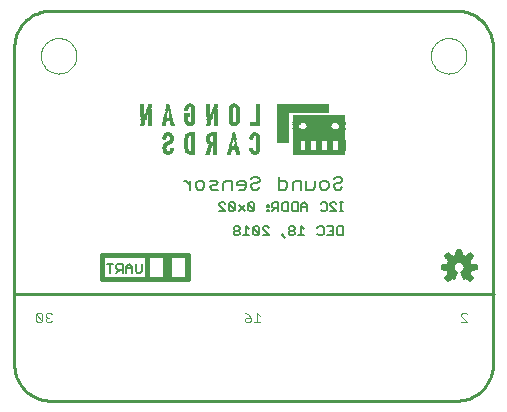
<source format=gbo>
G75*
G70*
%OFA0B0*%
%FSLAX24Y24*%
%IPPOS*%
%LPD*%
%AMOC8*
5,1,8,0,0,1.08239X$1,22.5*
%
%ADD10C,0.0080*%
%ADD11C,0.0050*%
%ADD12C,0.0150*%
%ADD13C,0.0100*%
%ADD14C,0.0000*%
%ADD15C,0.0040*%
%ADD16C,0.0059*%
%ADD17R,0.0089X0.0006*%
%ADD18R,0.0094X0.0006*%
%ADD19R,0.0130X0.0006*%
%ADD20R,0.0106X0.0006*%
%ADD21R,0.0201X0.0006*%
%ADD22R,0.0136X0.0006*%
%ADD23R,0.1742X0.0006*%
%ADD24R,0.0154X0.0006*%
%ADD25R,0.0112X0.0006*%
%ADD26R,0.0219X0.0006*%
%ADD27R,0.0165X0.0006*%
%ADD28R,0.1748X0.0006*%
%ADD29R,0.0177X0.0006*%
%ADD30R,0.0100X0.0006*%
%ADD31R,0.0236X0.0006*%
%ADD32R,0.0189X0.0006*%
%ADD33R,0.0195X0.0006*%
%ADD34R,0.0248X0.0006*%
%ADD35R,0.0207X0.0006*%
%ADD36R,0.0213X0.0006*%
%ADD37R,0.0260X0.0006*%
%ADD38R,0.0224X0.0006*%
%ADD39R,0.0266X0.0006*%
%ADD40R,0.0278X0.0006*%
%ADD41R,0.0254X0.0006*%
%ADD42R,0.0283X0.0006*%
%ADD43R,0.0289X0.0006*%
%ADD44R,0.0272X0.0006*%
%ADD45R,0.0295X0.0006*%
%ADD46R,0.0301X0.0006*%
%ADD47R,0.0307X0.0006*%
%ADD48R,0.0313X0.0006*%
%ADD49R,0.0319X0.0006*%
%ADD50R,0.0148X0.0006*%
%ADD51R,0.0159X0.0006*%
%ADD52R,0.0124X0.0006*%
%ADD53R,0.0118X0.0006*%
%ADD54R,0.0242X0.0006*%
%ADD55R,0.0337X0.0006*%
%ADD56R,0.0331X0.0006*%
%ADD57R,0.0325X0.0006*%
%ADD58R,0.0142X0.0006*%
%ADD59R,0.0183X0.0006*%
%ADD60R,0.0230X0.0006*%
%ADD61R,0.0419X0.0006*%
%ADD62R,0.0425X0.0006*%
%ADD63R,0.0171X0.0006*%
%ADD64R,0.0083X0.0006*%
%ADD65R,0.0041X0.0006*%
%ADD66R,0.0047X0.0006*%
%ADD67R,0.1022X0.0006*%
%ADD68R,0.0980X0.0006*%
%ADD69R,0.0957X0.0006*%
%ADD70R,0.0933X0.0006*%
%ADD71R,0.0921X0.0006*%
%ADD72R,0.0904X0.0006*%
%ADD73R,0.0892X0.0006*%
%ADD74R,0.0886X0.0006*%
%ADD75R,0.0874X0.0006*%
%ADD76R,0.0868X0.0006*%
%ADD77R,0.0856X0.0006*%
%ADD78R,0.0850X0.0006*%
%ADD79R,0.0844X0.0006*%
%ADD80R,0.0839X0.0006*%
%ADD81R,0.0833X0.0006*%
%ADD82R,0.0827X0.0006*%
%ADD83R,0.0071X0.0006*%
%ADD84R,0.0862X0.0006*%
%ADD85R,0.0880X0.0006*%
%ADD86R,0.0898X0.0006*%
%ADD87R,0.0915X0.0006*%
%ADD88R,0.0927X0.0006*%
%ADD89R,0.0945X0.0006*%
%ADD90R,0.0969X0.0006*%
%ADD91R,0.0998X0.0006*%
D10*
X006569Y004310D02*
X006569Y004910D01*
X006619Y004910D02*
X006619Y004310D01*
X006669Y004310D02*
X006669Y004910D01*
X006719Y004910D02*
X006719Y004310D01*
X007415Y007200D02*
X007415Y007480D01*
X007415Y007340D02*
X007275Y007480D01*
X007205Y007480D01*
X007595Y007410D02*
X007595Y007270D01*
X007665Y007200D01*
X007805Y007200D01*
X007875Y007270D01*
X007875Y007410D01*
X007805Y007480D01*
X007665Y007480D01*
X007595Y007410D01*
X008055Y007480D02*
X008266Y007480D01*
X008336Y007410D01*
X008266Y007340D01*
X008125Y007340D01*
X008055Y007270D01*
X008125Y007200D01*
X008336Y007200D01*
X008516Y007200D02*
X008516Y007410D01*
X008586Y007480D01*
X008796Y007480D01*
X008796Y007200D01*
X008976Y007340D02*
X009256Y007340D01*
X009256Y007270D02*
X009256Y007410D01*
X009186Y007480D01*
X009046Y007480D01*
X008976Y007410D01*
X008976Y007340D01*
X009046Y007200D02*
X009186Y007200D01*
X009256Y007270D01*
X009437Y007270D02*
X009507Y007200D01*
X009647Y007200D01*
X009717Y007270D01*
X009647Y007410D02*
X009507Y007410D01*
X009437Y007340D01*
X009437Y007270D01*
X009647Y007410D02*
X009717Y007480D01*
X009717Y007550D01*
X009647Y007620D01*
X009507Y007620D01*
X009437Y007550D01*
X010357Y007480D02*
X010568Y007480D01*
X010638Y007410D01*
X010638Y007270D01*
X010568Y007200D01*
X010357Y007200D01*
X010357Y007620D01*
X010818Y007410D02*
X010818Y007200D01*
X010818Y007410D02*
X010888Y007480D01*
X011098Y007480D01*
X011098Y007200D01*
X011278Y007200D02*
X011278Y007480D01*
X011558Y007480D02*
X011558Y007270D01*
X011488Y007200D01*
X011278Y007200D01*
X011739Y007270D02*
X011739Y007410D01*
X011809Y007480D01*
X011949Y007480D01*
X012019Y007410D01*
X012019Y007270D01*
X011949Y007200D01*
X011809Y007200D01*
X011739Y007270D01*
X012199Y007270D02*
X012269Y007200D01*
X012409Y007200D01*
X012479Y007270D01*
X012409Y007410D02*
X012269Y007410D01*
X012199Y007340D01*
X012199Y007270D01*
X012409Y007410D02*
X012479Y007480D01*
X012479Y007550D01*
X012409Y007620D01*
X012269Y007620D01*
X012199Y007550D01*
D11*
X012229Y006785D02*
X012279Y006735D01*
X012229Y006785D02*
X012129Y006785D01*
X012079Y006735D01*
X012079Y006685D01*
X012279Y006485D01*
X012079Y006485D01*
X011957Y006535D02*
X011907Y006485D01*
X011807Y006485D01*
X011757Y006535D01*
X011957Y006535D02*
X011957Y006735D01*
X011907Y006785D01*
X011807Y006785D01*
X011757Y006735D01*
X011312Y006685D02*
X011312Y006485D01*
X011312Y006635D02*
X011112Y006635D01*
X011112Y006685D02*
X011112Y006485D01*
X010990Y006485D02*
X010840Y006485D01*
X010790Y006535D01*
X010790Y006735D01*
X010840Y006785D01*
X010990Y006785D01*
X010990Y006485D01*
X011112Y006685D02*
X011212Y006785D01*
X011312Y006685D01*
X010668Y006785D02*
X010668Y006485D01*
X010518Y006485D01*
X010468Y006535D01*
X010468Y006735D01*
X010518Y006785D01*
X010668Y006785D01*
X010346Y006785D02*
X010196Y006785D01*
X010145Y006735D01*
X010145Y006635D01*
X010196Y006585D01*
X010346Y006585D01*
X010346Y006485D02*
X010346Y006785D01*
X010246Y006585D02*
X010145Y006485D01*
X010023Y006485D02*
X010023Y006535D01*
X009973Y006535D01*
X009973Y006485D01*
X010023Y006485D01*
X010023Y006635D02*
X009973Y006635D01*
X009973Y006685D01*
X010023Y006685D01*
X010023Y006635D01*
X009540Y006535D02*
X009340Y006735D01*
X009340Y006535D01*
X009390Y006485D01*
X009490Y006485D01*
X009540Y006535D01*
X009540Y006735D01*
X009490Y006785D01*
X009390Y006785D01*
X009340Y006735D01*
X009218Y006685D02*
X009018Y006485D01*
X008895Y006535D02*
X008695Y006735D01*
X008695Y006535D01*
X008745Y006485D01*
X008845Y006485D01*
X008895Y006535D01*
X008895Y006735D01*
X008845Y006785D01*
X008745Y006785D01*
X008695Y006735D01*
X008573Y006735D02*
X008523Y006785D01*
X008423Y006785D01*
X008373Y006735D01*
X008373Y006685D01*
X008573Y006485D01*
X008373Y006485D01*
X009018Y006685D02*
X009218Y006485D01*
X009279Y005985D02*
X009279Y005685D01*
X009379Y005685D02*
X009179Y005685D01*
X009057Y005735D02*
X009057Y005785D01*
X009007Y005835D01*
X008906Y005835D01*
X008856Y005785D01*
X008856Y005735D01*
X008906Y005685D01*
X009007Y005685D01*
X009057Y005735D01*
X009007Y005835D02*
X009057Y005885D01*
X009057Y005935D01*
X009007Y005985D01*
X008906Y005985D01*
X008856Y005935D01*
X008856Y005885D01*
X008906Y005835D01*
X009279Y005985D02*
X009379Y005885D01*
X009501Y005935D02*
X009501Y005735D01*
X009551Y005685D01*
X009651Y005685D01*
X009701Y005735D01*
X009501Y005935D01*
X009551Y005985D01*
X009651Y005985D01*
X009701Y005935D01*
X009701Y005735D01*
X009823Y005685D02*
X010023Y005685D01*
X009823Y005885D01*
X009823Y005935D01*
X009873Y005985D01*
X009973Y005985D01*
X010023Y005935D01*
X010460Y005735D02*
X010460Y005685D01*
X010510Y005685D01*
X010510Y005735D01*
X010460Y005735D01*
X010460Y005685D02*
X010560Y005585D01*
X010683Y005735D02*
X010733Y005685D01*
X010833Y005685D01*
X010883Y005735D01*
X010883Y005785D01*
X010833Y005835D01*
X010733Y005835D01*
X010683Y005785D01*
X010683Y005735D01*
X010733Y005835D02*
X010683Y005885D01*
X010683Y005935D01*
X010733Y005985D01*
X010833Y005985D01*
X010883Y005935D01*
X010883Y005885D01*
X010833Y005835D01*
X011005Y005685D02*
X011205Y005685D01*
X011105Y005685D02*
X011105Y005985D01*
X011205Y005885D01*
X011649Y005935D02*
X011699Y005985D01*
X011800Y005985D01*
X011850Y005935D01*
X011850Y005735D01*
X011800Y005685D01*
X011699Y005685D01*
X011649Y005735D01*
X011972Y005685D02*
X012172Y005685D01*
X012172Y005985D01*
X011972Y005985D01*
X012072Y005835D02*
X012172Y005835D01*
X012294Y005735D02*
X012294Y005935D01*
X012344Y005985D01*
X012494Y005985D01*
X012494Y005685D01*
X012344Y005685D01*
X012294Y005735D01*
X012394Y006485D02*
X012494Y006485D01*
X012444Y006485D02*
X012444Y006785D01*
X012494Y006785D02*
X012394Y006785D01*
X007269Y004960D02*
X007269Y004260D01*
X006769Y004260D01*
X006769Y004960D01*
X007269Y004960D01*
X006519Y004960D02*
X006019Y004960D01*
X006019Y004260D01*
X006519Y004260D01*
X006519Y004960D01*
X005794Y004735D02*
X005794Y004485D01*
X005744Y004435D01*
X005644Y004435D01*
X005594Y004485D01*
X005594Y004735D01*
X005472Y004635D02*
X005372Y004735D01*
X005272Y004635D01*
X005272Y004435D01*
X005150Y004435D02*
X005150Y004735D01*
X004999Y004735D01*
X004949Y004685D01*
X004949Y004585D01*
X004999Y004535D01*
X005150Y004535D01*
X005050Y004535D02*
X004949Y004435D01*
X004727Y004435D02*
X004727Y004735D01*
X004827Y004735D02*
X004627Y004735D01*
X005272Y004585D02*
X005472Y004585D01*
X005472Y004635D02*
X005472Y004435D01*
D12*
X005969Y004210D02*
X005969Y005010D01*
X007319Y005010D01*
X007319Y004210D01*
X005969Y004210D01*
X004469Y004210D01*
X004469Y005010D01*
X005969Y005010D01*
D13*
X001547Y001364D02*
X001547Y011956D01*
X001549Y012023D01*
X001555Y012090D01*
X001564Y012157D01*
X001577Y012223D01*
X001594Y012288D01*
X001614Y012352D01*
X001638Y012415D01*
X001666Y012477D01*
X001697Y012536D01*
X001731Y012594D01*
X001768Y012650D01*
X001809Y012704D01*
X001852Y012756D01*
X001898Y012805D01*
X001947Y012851D01*
X001999Y012894D01*
X002053Y012935D01*
X002109Y012972D01*
X002167Y013006D01*
X002226Y013037D01*
X002288Y013065D01*
X002351Y013089D01*
X002415Y013109D01*
X002480Y013126D01*
X002546Y013139D01*
X002613Y013148D01*
X002680Y013154D01*
X002747Y013156D01*
X016292Y013156D01*
X016359Y013154D01*
X016426Y013148D01*
X016493Y013139D01*
X016559Y013126D01*
X016624Y013109D01*
X016688Y013089D01*
X016751Y013065D01*
X016813Y013037D01*
X016872Y013006D01*
X016930Y012972D01*
X016986Y012935D01*
X017040Y012894D01*
X017092Y012851D01*
X017141Y012805D01*
X017187Y012756D01*
X017230Y012704D01*
X017271Y012650D01*
X017308Y012594D01*
X017342Y012536D01*
X017373Y012477D01*
X017401Y012415D01*
X017425Y012352D01*
X017445Y012288D01*
X017462Y012223D01*
X017475Y012157D01*
X017484Y012090D01*
X017490Y012023D01*
X017492Y011956D01*
X017492Y001364D01*
X017490Y001297D01*
X017484Y001230D01*
X017475Y001163D01*
X017462Y001097D01*
X017445Y001032D01*
X017425Y000968D01*
X017401Y000905D01*
X017373Y000843D01*
X017342Y000784D01*
X017308Y000726D01*
X017271Y000670D01*
X017230Y000616D01*
X017187Y000564D01*
X017141Y000515D01*
X017092Y000469D01*
X017040Y000426D01*
X016986Y000385D01*
X016930Y000348D01*
X016872Y000314D01*
X016813Y000283D01*
X016751Y000255D01*
X016688Y000231D01*
X016624Y000211D01*
X016559Y000194D01*
X016493Y000181D01*
X016426Y000172D01*
X016359Y000166D01*
X016292Y000164D01*
X002747Y000164D01*
X002680Y000166D01*
X002613Y000172D01*
X002546Y000181D01*
X002480Y000194D01*
X002415Y000211D01*
X002351Y000231D01*
X002288Y000255D01*
X002226Y000283D01*
X002167Y000314D01*
X002109Y000348D01*
X002053Y000385D01*
X001999Y000426D01*
X001947Y000469D01*
X001898Y000515D01*
X001852Y000564D01*
X001809Y000616D01*
X001768Y000670D01*
X001731Y000726D01*
X001697Y000784D01*
X001666Y000843D01*
X001638Y000905D01*
X001614Y000968D01*
X001594Y001032D01*
X001577Y001097D01*
X001564Y001163D01*
X001555Y001230D01*
X001549Y001297D01*
X001547Y001364D01*
X001519Y003710D02*
X017519Y003710D01*
D14*
X015428Y011660D02*
X015430Y011708D01*
X015436Y011756D01*
X015446Y011803D01*
X015459Y011849D01*
X015477Y011894D01*
X015497Y011938D01*
X015522Y011980D01*
X015550Y012019D01*
X015580Y012056D01*
X015614Y012090D01*
X015651Y012122D01*
X015689Y012151D01*
X015730Y012176D01*
X015773Y012198D01*
X015818Y012216D01*
X015864Y012230D01*
X015911Y012241D01*
X015959Y012248D01*
X016007Y012251D01*
X016055Y012250D01*
X016103Y012245D01*
X016151Y012236D01*
X016197Y012224D01*
X016242Y012207D01*
X016286Y012187D01*
X016328Y012164D01*
X016368Y012137D01*
X016406Y012107D01*
X016441Y012074D01*
X016473Y012038D01*
X016503Y012000D01*
X016529Y011959D01*
X016551Y011916D01*
X016571Y011872D01*
X016586Y011827D01*
X016598Y011780D01*
X016606Y011732D01*
X016610Y011684D01*
X016610Y011636D01*
X016606Y011588D01*
X016598Y011540D01*
X016586Y011493D01*
X016571Y011448D01*
X016551Y011404D01*
X016529Y011361D01*
X016503Y011320D01*
X016473Y011282D01*
X016441Y011246D01*
X016406Y011213D01*
X016368Y011183D01*
X016328Y011156D01*
X016286Y011133D01*
X016242Y011113D01*
X016197Y011096D01*
X016151Y011084D01*
X016103Y011075D01*
X016055Y011070D01*
X016007Y011069D01*
X015959Y011072D01*
X015911Y011079D01*
X015864Y011090D01*
X015818Y011104D01*
X015773Y011122D01*
X015730Y011144D01*
X015689Y011169D01*
X015651Y011198D01*
X015614Y011230D01*
X015580Y011264D01*
X015550Y011301D01*
X015522Y011340D01*
X015497Y011382D01*
X015477Y011426D01*
X015459Y011471D01*
X015446Y011517D01*
X015436Y011564D01*
X015430Y011612D01*
X015428Y011660D01*
X002428Y011660D02*
X002430Y011708D01*
X002436Y011756D01*
X002446Y011803D01*
X002459Y011849D01*
X002477Y011894D01*
X002497Y011938D01*
X002522Y011980D01*
X002550Y012019D01*
X002580Y012056D01*
X002614Y012090D01*
X002651Y012122D01*
X002689Y012151D01*
X002730Y012176D01*
X002773Y012198D01*
X002818Y012216D01*
X002864Y012230D01*
X002911Y012241D01*
X002959Y012248D01*
X003007Y012251D01*
X003055Y012250D01*
X003103Y012245D01*
X003151Y012236D01*
X003197Y012224D01*
X003242Y012207D01*
X003286Y012187D01*
X003328Y012164D01*
X003368Y012137D01*
X003406Y012107D01*
X003441Y012074D01*
X003473Y012038D01*
X003503Y012000D01*
X003529Y011959D01*
X003551Y011916D01*
X003571Y011872D01*
X003586Y011827D01*
X003598Y011780D01*
X003606Y011732D01*
X003610Y011684D01*
X003610Y011636D01*
X003606Y011588D01*
X003598Y011540D01*
X003586Y011493D01*
X003571Y011448D01*
X003551Y011404D01*
X003529Y011361D01*
X003503Y011320D01*
X003473Y011282D01*
X003441Y011246D01*
X003406Y011213D01*
X003368Y011183D01*
X003328Y011156D01*
X003286Y011133D01*
X003242Y011113D01*
X003197Y011096D01*
X003151Y011084D01*
X003103Y011075D01*
X003055Y011070D01*
X003007Y011069D01*
X002959Y011072D01*
X002911Y011079D01*
X002864Y011090D01*
X002818Y011104D01*
X002773Y011122D01*
X002730Y011144D01*
X002689Y011169D01*
X002651Y011198D01*
X002614Y011230D01*
X002580Y011264D01*
X002550Y011301D01*
X002522Y011340D01*
X002497Y011382D01*
X002477Y011426D01*
X002459Y011471D01*
X002446Y011517D01*
X002436Y011564D01*
X002430Y011612D01*
X002428Y011660D01*
D15*
X002425Y003090D02*
X002322Y003090D01*
X002270Y003039D01*
X002477Y002832D01*
X002425Y002780D01*
X002322Y002780D01*
X002270Y002832D01*
X002270Y003039D01*
X002425Y003090D02*
X002477Y003039D01*
X002477Y002832D01*
X002592Y002832D02*
X002644Y002780D01*
X002747Y002780D01*
X002799Y002832D01*
X002696Y002935D02*
X002644Y002935D01*
X002592Y002883D01*
X002592Y002832D01*
X002644Y002935D02*
X002592Y002987D01*
X002592Y003039D01*
X002644Y003090D01*
X002747Y003090D01*
X002799Y003039D01*
X009220Y003090D02*
X009323Y003039D01*
X009427Y002935D01*
X009427Y002832D01*
X009375Y002780D01*
X009272Y002780D01*
X009220Y002832D01*
X009220Y002883D01*
X009272Y002935D01*
X009427Y002935D01*
X009542Y002780D02*
X009749Y002780D01*
X009646Y002780D02*
X009646Y003090D01*
X009749Y002987D01*
X016442Y002987D02*
X016442Y003039D01*
X016494Y003090D01*
X016597Y003090D01*
X016649Y003039D01*
X016442Y002987D02*
X016649Y002780D01*
X016442Y002780D01*
D16*
X016733Y004145D02*
X016584Y004266D01*
X016525Y004235D01*
X016440Y004439D01*
X016478Y004461D01*
X016509Y004490D01*
X016534Y004526D01*
X016549Y004567D01*
X016554Y004610D01*
X016548Y004654D01*
X016533Y004695D01*
X016508Y004732D01*
X016475Y004761D01*
X016436Y004782D01*
X016393Y004793D01*
X016349Y004793D01*
X016306Y004783D01*
X016267Y004763D01*
X016233Y004735D01*
X016207Y004699D01*
X016191Y004658D01*
X016185Y004614D01*
X016189Y004570D01*
X016204Y004528D01*
X016228Y004491D01*
X016260Y004461D01*
X016299Y004439D01*
X016214Y004235D01*
X016154Y004266D01*
X016006Y004145D01*
X015904Y004246D01*
X016025Y004395D01*
X015994Y004455D01*
X015974Y004519D01*
X015783Y004538D01*
X015783Y004682D01*
X015974Y004701D01*
X015994Y004765D01*
X016025Y004825D01*
X015904Y004974D01*
X016006Y005075D01*
X016154Y004954D01*
X016214Y004985D01*
X016278Y005006D01*
X016297Y005196D01*
X016441Y005196D01*
X016460Y005006D01*
X016525Y004985D01*
X016584Y004954D01*
X016733Y005075D01*
X016835Y004974D01*
X016713Y004825D01*
X016744Y004765D01*
X016765Y004701D01*
X016955Y004682D01*
X016955Y004538D01*
X016765Y004519D01*
X016744Y004455D01*
X016713Y004395D01*
X016835Y004246D01*
X016733Y004145D01*
X016773Y004185D02*
X016683Y004185D01*
X016613Y004243D02*
X016831Y004243D01*
X016791Y004300D02*
X016497Y004300D01*
X016521Y004243D02*
X016540Y004243D01*
X016474Y004358D02*
X016744Y004358D01*
X016724Y004415D02*
X016450Y004415D01*
X016491Y004473D02*
X016750Y004473D01*
X016881Y004530D02*
X016535Y004530D01*
X016551Y004588D02*
X016955Y004588D01*
X016955Y004646D02*
X016549Y004646D01*
X016527Y004703D02*
X016764Y004703D01*
X016746Y004761D02*
X016476Y004761D01*
X016263Y004761D02*
X015993Y004761D01*
X015974Y004703D02*
X016211Y004703D01*
X016189Y004646D02*
X015783Y004646D01*
X015783Y004588D02*
X016187Y004588D01*
X016203Y004530D02*
X015858Y004530D01*
X015988Y004473D02*
X016248Y004473D01*
X016289Y004415D02*
X016014Y004415D01*
X015995Y004358D02*
X016265Y004358D01*
X016241Y004300D02*
X015948Y004300D01*
X015908Y004243D02*
X016126Y004243D01*
X016199Y004243D02*
X016217Y004243D01*
X016055Y004185D02*
X015965Y004185D01*
X016021Y004818D02*
X016717Y004818D01*
X016755Y004876D02*
X015984Y004876D01*
X015937Y004933D02*
X016802Y004933D01*
X016817Y004991D02*
X016629Y004991D01*
X016700Y005048D02*
X016760Y005048D01*
X016507Y004991D02*
X016232Y004991D01*
X016282Y005048D02*
X016456Y005048D01*
X016450Y005106D02*
X016288Y005106D01*
X016294Y005164D02*
X016444Y005164D01*
X016109Y004991D02*
X015921Y004991D01*
X015979Y005048D02*
X016039Y005048D01*
D17*
X009562Y008355D03*
X008918Y008768D03*
X008912Y008798D03*
X008912Y008804D03*
X008907Y008821D03*
X008907Y008827D03*
X008907Y008833D03*
X008901Y008845D03*
X008901Y008851D03*
X008901Y008857D03*
X008806Y008857D03*
X008800Y008833D03*
X008800Y008827D03*
X008794Y008804D03*
X008788Y008774D03*
X008853Y009069D03*
X006745Y009707D03*
X006739Y009731D03*
X006739Y009737D03*
X006733Y009760D03*
X006733Y009766D03*
X006727Y009784D03*
X006727Y009790D03*
X006727Y009796D03*
X006722Y009814D03*
X006627Y009814D03*
X006627Y009808D03*
X006621Y009790D03*
X006621Y009784D03*
X006615Y009760D03*
X006615Y009754D03*
X006609Y009731D03*
X006674Y010026D03*
X006674Y010032D03*
D18*
X006677Y010020D03*
X006724Y009808D03*
X006724Y009802D03*
X006730Y009778D03*
X006730Y009772D03*
X006736Y009754D03*
X006736Y009749D03*
X006736Y009743D03*
X006742Y009725D03*
X006742Y009719D03*
X006742Y009713D03*
X006748Y009701D03*
X006748Y009695D03*
X006748Y009690D03*
X006748Y009684D03*
X006748Y009678D03*
X006754Y009672D03*
X006754Y009666D03*
X006754Y009660D03*
X006754Y009654D03*
X006760Y009642D03*
X006760Y009636D03*
X006760Y009630D03*
X006760Y009625D03*
X006766Y009613D03*
X006766Y009607D03*
X006766Y009601D03*
X006772Y009583D03*
X006772Y009577D03*
X006772Y009571D03*
X006589Y009625D03*
X006589Y009630D03*
X006589Y009636D03*
X006595Y009648D03*
X006595Y009654D03*
X006595Y009660D03*
X006595Y009666D03*
X006600Y009678D03*
X006600Y009684D03*
X006600Y009690D03*
X006600Y009695D03*
X006606Y009701D03*
X006606Y009707D03*
X006606Y009713D03*
X006606Y009719D03*
X006606Y009725D03*
X006612Y009737D03*
X006612Y009743D03*
X006612Y009749D03*
X006618Y009766D03*
X006618Y009772D03*
X006618Y009778D03*
X006624Y009796D03*
X006624Y009802D03*
X006583Y009607D03*
X006583Y009601D03*
X006577Y009577D03*
X006577Y009571D03*
X005963Y009731D03*
X005957Y009713D03*
X005951Y009695D03*
X005945Y009684D03*
X005939Y009666D03*
X005933Y009648D03*
X005927Y009630D03*
X005921Y009619D03*
X006671Y008355D03*
X008118Y009619D03*
X008124Y009636D03*
X008130Y009648D03*
X008136Y009666D03*
X008142Y009684D03*
X008148Y009701D03*
X008160Y009731D03*
X008850Y009064D03*
X008850Y009058D03*
X008803Y008851D03*
X008803Y008845D03*
X008803Y008839D03*
X008797Y008821D03*
X008797Y008816D03*
X008797Y008810D03*
X008791Y008798D03*
X008791Y008792D03*
X008791Y008786D03*
X008791Y008780D03*
X008785Y008768D03*
X008785Y008762D03*
X008785Y008756D03*
X008785Y008751D03*
X008780Y008745D03*
X008780Y008739D03*
X008780Y008733D03*
X008780Y008727D03*
X008780Y008721D03*
X008774Y008715D03*
X008774Y008709D03*
X008774Y008703D03*
X008774Y008697D03*
X008768Y008686D03*
X008768Y008680D03*
X008768Y008674D03*
X008762Y008656D03*
X008762Y008650D03*
X008762Y008644D03*
X008756Y008621D03*
X008939Y008662D03*
X008939Y008668D03*
X008939Y008674D03*
X008939Y008680D03*
X008933Y008691D03*
X008933Y008697D03*
X008933Y008703D03*
X008933Y008709D03*
X008927Y008715D03*
X008927Y008721D03*
X008927Y008727D03*
X008927Y008733D03*
X008927Y008739D03*
X008921Y008745D03*
X008921Y008751D03*
X008921Y008756D03*
X008921Y008762D03*
X008915Y008774D03*
X008915Y008780D03*
X008915Y008786D03*
X008915Y008792D03*
X008910Y008810D03*
X008910Y008816D03*
X008904Y008839D03*
X008945Y008650D03*
X008945Y008644D03*
X008945Y008638D03*
X008951Y008621D03*
X008951Y008615D03*
D19*
X008850Y008981D03*
X008780Y009424D03*
X008980Y009424D03*
X008980Y009926D03*
X008780Y009926D03*
X008254Y009949D03*
X008254Y009955D03*
X008024Y009406D03*
X008024Y009400D03*
X008024Y009394D03*
X007498Y009424D03*
X008030Y008969D03*
X008030Y008762D03*
X007309Y008461D03*
X006778Y008461D03*
X006571Y008656D03*
X006571Y008969D03*
X006772Y008969D03*
X005827Y009394D03*
X005827Y009400D03*
X005827Y009406D03*
X006057Y009943D03*
X006057Y009949D03*
X006057Y009955D03*
X007297Y009926D03*
X007498Y009926D03*
X009471Y008461D03*
X009565Y008361D03*
X009660Y008461D03*
X009660Y008969D03*
D20*
X009677Y008928D03*
X009677Y008922D03*
X009677Y008916D03*
X009677Y008910D03*
X009677Y008904D03*
X009677Y008898D03*
X009677Y008892D03*
X009677Y008886D03*
X009677Y008880D03*
X009677Y008875D03*
X009677Y008869D03*
X009677Y008863D03*
X009677Y008857D03*
X009677Y008851D03*
X009677Y008845D03*
X009677Y008839D03*
X009677Y008833D03*
X009677Y008827D03*
X009677Y008821D03*
X009677Y008816D03*
X009677Y008810D03*
X009677Y008804D03*
X009677Y008798D03*
X009677Y008792D03*
X009677Y008786D03*
X009677Y008780D03*
X009677Y008774D03*
X009677Y008768D03*
X009677Y008762D03*
X009677Y008756D03*
X009677Y008751D03*
X009677Y008745D03*
X009677Y008739D03*
X009677Y008733D03*
X009677Y008727D03*
X009677Y008721D03*
X009677Y008715D03*
X009677Y008709D03*
X009677Y008703D03*
X009677Y008697D03*
X009677Y008691D03*
X009677Y008686D03*
X009677Y008680D03*
X009677Y008674D03*
X009677Y008668D03*
X009677Y008662D03*
X009677Y008656D03*
X009677Y008650D03*
X009677Y008644D03*
X009677Y008638D03*
X009677Y008632D03*
X009677Y008627D03*
X009677Y008621D03*
X009677Y008615D03*
X009677Y008609D03*
X009677Y008603D03*
X009677Y008597D03*
X009677Y008591D03*
X009677Y008585D03*
X009677Y008579D03*
X009677Y008573D03*
X009677Y008567D03*
X009677Y008562D03*
X009677Y008556D03*
X009677Y008550D03*
X009677Y008544D03*
X009677Y008538D03*
X009677Y008532D03*
X009677Y008526D03*
X009677Y008520D03*
X009677Y008514D03*
X009677Y008508D03*
X009677Y008503D03*
X009447Y008503D03*
X009447Y008508D03*
X009447Y008514D03*
X009447Y008520D03*
X009447Y008526D03*
X009447Y008532D03*
X009447Y008538D03*
X009447Y008544D03*
X009447Y008550D03*
X009447Y008556D03*
X009447Y008875D03*
X009447Y008880D03*
X009447Y008886D03*
X009447Y008892D03*
X009447Y008898D03*
X009447Y008904D03*
X009447Y008910D03*
X009447Y008916D03*
X009447Y008922D03*
X009447Y008928D03*
X008850Y009034D03*
X008880Y009317D03*
X008998Y009453D03*
X008998Y009459D03*
X008998Y009465D03*
X008998Y009471D03*
X009004Y009489D03*
X009004Y009495D03*
X009004Y009501D03*
X009004Y009506D03*
X009004Y009512D03*
X009004Y009518D03*
X009004Y009524D03*
X009004Y009530D03*
X009004Y009536D03*
X009004Y009542D03*
X009004Y009548D03*
X009004Y009554D03*
X009004Y009560D03*
X009004Y009566D03*
X009004Y009571D03*
X009004Y009577D03*
X009004Y009583D03*
X009004Y009589D03*
X009004Y009595D03*
X009004Y009601D03*
X009004Y009607D03*
X009004Y009613D03*
X009004Y009619D03*
X009004Y009625D03*
X009004Y009630D03*
X009004Y009636D03*
X009004Y009642D03*
X009004Y009648D03*
X009004Y009654D03*
X009004Y009660D03*
X009004Y009666D03*
X009004Y009672D03*
X009004Y009678D03*
X009004Y009684D03*
X009004Y009690D03*
X009004Y009695D03*
X009004Y009701D03*
X009004Y009707D03*
X009004Y009713D03*
X009004Y009719D03*
X009004Y009725D03*
X009004Y009731D03*
X009004Y009737D03*
X009004Y009743D03*
X009004Y009749D03*
X009004Y009754D03*
X009004Y009760D03*
X009004Y009766D03*
X009004Y009772D03*
X009004Y009778D03*
X009004Y009784D03*
X009004Y009790D03*
X009004Y009796D03*
X009004Y009802D03*
X009004Y009808D03*
X009004Y009814D03*
X009004Y009819D03*
X009004Y009825D03*
X009004Y009831D03*
X009004Y009837D03*
X009004Y009843D03*
X009004Y009849D03*
X009004Y009855D03*
X009004Y009861D03*
X008998Y009879D03*
X008998Y009884D03*
X008998Y009890D03*
X008998Y009896D03*
X008880Y010032D03*
X008762Y009896D03*
X008762Y009890D03*
X008762Y009884D03*
X008762Y009879D03*
X008762Y009873D03*
X008762Y009867D03*
X008762Y009861D03*
X008762Y009855D03*
X008762Y009849D03*
X008762Y009843D03*
X008762Y009837D03*
X008762Y009831D03*
X008762Y009825D03*
X008762Y009819D03*
X008762Y009814D03*
X008762Y009808D03*
X008762Y009802D03*
X008762Y009796D03*
X008762Y009790D03*
X008762Y009784D03*
X008762Y009778D03*
X008762Y009772D03*
X008762Y009766D03*
X008762Y009760D03*
X008762Y009754D03*
X008762Y009749D03*
X008762Y009743D03*
X008762Y009737D03*
X008762Y009731D03*
X008762Y009725D03*
X008762Y009719D03*
X008762Y009713D03*
X008762Y009707D03*
X008762Y009701D03*
X008762Y009695D03*
X008762Y009690D03*
X008762Y009684D03*
X008762Y009678D03*
X008762Y009672D03*
X008762Y009666D03*
X008762Y009660D03*
X008762Y009654D03*
X008762Y009648D03*
X008762Y009642D03*
X008762Y009636D03*
X008762Y009630D03*
X008762Y009625D03*
X008762Y009619D03*
X008762Y009613D03*
X008762Y009607D03*
X008762Y009601D03*
X008762Y009595D03*
X008762Y009589D03*
X008762Y009583D03*
X008762Y009577D03*
X008762Y009571D03*
X008762Y009566D03*
X008762Y009560D03*
X008762Y009554D03*
X008762Y009548D03*
X008762Y009542D03*
X008762Y009536D03*
X008762Y009530D03*
X008762Y009524D03*
X008762Y009518D03*
X008762Y009512D03*
X008762Y009506D03*
X008762Y009501D03*
X008762Y009495D03*
X008762Y009489D03*
X008762Y009483D03*
X008762Y009477D03*
X008762Y009471D03*
X008762Y009465D03*
X008762Y009459D03*
X008762Y009453D03*
X008266Y009453D03*
X008266Y009447D03*
X008266Y009441D03*
X008266Y009436D03*
X008266Y009430D03*
X008266Y009424D03*
X008266Y009418D03*
X008266Y009412D03*
X008266Y009406D03*
X008266Y009400D03*
X008266Y009394D03*
X008266Y009388D03*
X008266Y009382D03*
X008266Y009377D03*
X008266Y009371D03*
X008266Y009365D03*
X008266Y009359D03*
X008266Y009353D03*
X008266Y009347D03*
X008266Y009341D03*
X008266Y009335D03*
X008266Y009329D03*
X008266Y009323D03*
X008266Y009317D03*
X008266Y009459D03*
X008266Y009465D03*
X008266Y009471D03*
X008266Y009477D03*
X008266Y009483D03*
X008266Y009489D03*
X008266Y009495D03*
X008266Y009501D03*
X008266Y009506D03*
X008266Y009512D03*
X008266Y009518D03*
X008266Y009524D03*
X008266Y009530D03*
X008266Y009536D03*
X008266Y009542D03*
X008266Y009548D03*
X008266Y009554D03*
X008266Y009560D03*
X008266Y009566D03*
X008266Y009571D03*
X008266Y009577D03*
X008266Y009583D03*
X008266Y009589D03*
X008266Y009595D03*
X008266Y009601D03*
X008266Y009607D03*
X008266Y009613D03*
X008266Y009619D03*
X008266Y009625D03*
X008266Y009630D03*
X008266Y009636D03*
X008266Y009642D03*
X008266Y009648D03*
X008266Y009654D03*
X008266Y009660D03*
X008266Y009666D03*
X008266Y009672D03*
X008266Y009678D03*
X008266Y009684D03*
X008266Y009690D03*
X008266Y009695D03*
X008266Y009701D03*
X008266Y009707D03*
X008266Y009713D03*
X008266Y009719D03*
X008266Y009725D03*
X008266Y009731D03*
X008012Y009731D03*
X008012Y009737D03*
X008012Y009743D03*
X008012Y009749D03*
X008012Y009754D03*
X008012Y009760D03*
X008012Y009766D03*
X008012Y009772D03*
X008012Y009778D03*
X008012Y009784D03*
X008012Y009790D03*
X008012Y009796D03*
X008012Y009802D03*
X008012Y009808D03*
X008012Y009814D03*
X008012Y009819D03*
X008012Y009825D03*
X008012Y009831D03*
X008012Y009837D03*
X008012Y009843D03*
X008012Y009849D03*
X008012Y009855D03*
X008012Y009861D03*
X008012Y009867D03*
X008012Y009873D03*
X008012Y009879D03*
X008012Y009884D03*
X008012Y009890D03*
X008012Y009896D03*
X008012Y009902D03*
X008012Y009908D03*
X008012Y009914D03*
X008012Y009920D03*
X008012Y009926D03*
X008012Y009932D03*
X008012Y009938D03*
X008012Y009943D03*
X008012Y009949D03*
X008012Y009955D03*
X008012Y009961D03*
X008012Y009967D03*
X008012Y009973D03*
X008012Y009979D03*
X008012Y009985D03*
X008012Y009991D03*
X008012Y009997D03*
X008012Y010003D03*
X008012Y010008D03*
X008012Y010014D03*
X008012Y010020D03*
X008012Y010026D03*
X008012Y010032D03*
X008266Y010020D03*
X008266Y010014D03*
X008012Y009725D03*
X008012Y009719D03*
X008012Y009713D03*
X008012Y009707D03*
X008012Y009701D03*
X008012Y009695D03*
X008012Y009690D03*
X008012Y009684D03*
X008012Y009678D03*
X008012Y009672D03*
X008012Y009666D03*
X008012Y009660D03*
X008012Y009654D03*
X008012Y009648D03*
X008012Y009642D03*
X008012Y009636D03*
X008012Y009630D03*
X008012Y009625D03*
X008012Y009619D03*
X008012Y009341D03*
X008012Y009335D03*
X008012Y009329D03*
X008012Y008945D03*
X008006Y008934D03*
X008006Y008928D03*
X008006Y008922D03*
X008006Y008916D03*
X008000Y008904D03*
X008000Y008898D03*
X008000Y008892D03*
X008000Y008886D03*
X008000Y008880D03*
X008000Y008875D03*
X008000Y008869D03*
X008000Y008863D03*
X008000Y008857D03*
X008000Y008851D03*
X008000Y008845D03*
X008000Y008839D03*
X008000Y008833D03*
X008000Y008827D03*
X008006Y008816D03*
X008006Y008810D03*
X008006Y008804D03*
X008006Y008798D03*
X008012Y008786D03*
X008077Y008650D03*
X008071Y008632D03*
X008071Y008627D03*
X008065Y008615D03*
X008065Y008609D03*
X008059Y008597D03*
X008059Y008591D03*
X008053Y008579D03*
X008053Y008573D03*
X008047Y008562D03*
X008047Y008556D03*
X008041Y008544D03*
X008041Y008538D03*
X008035Y008526D03*
X008035Y008520D03*
X008030Y008508D03*
X008030Y008503D03*
X008024Y008491D03*
X008024Y008485D03*
X008018Y008473D03*
X008018Y008467D03*
X008012Y008455D03*
X008012Y008449D03*
X008006Y008432D03*
X008000Y008414D03*
X007994Y008396D03*
X007988Y008379D03*
X007982Y008361D03*
X008242Y008361D03*
X008242Y008367D03*
X008242Y008373D03*
X008242Y008379D03*
X008242Y008384D03*
X008242Y008390D03*
X008242Y008396D03*
X008242Y008402D03*
X008242Y008408D03*
X008242Y008414D03*
X008242Y008420D03*
X008242Y008426D03*
X008242Y008432D03*
X008242Y008438D03*
X008242Y008443D03*
X008242Y008449D03*
X008242Y008455D03*
X008242Y008461D03*
X008242Y008467D03*
X008242Y008473D03*
X008242Y008479D03*
X008242Y008485D03*
X008242Y008491D03*
X008242Y008497D03*
X008242Y008503D03*
X008242Y008508D03*
X008242Y008514D03*
X008242Y008520D03*
X008242Y008526D03*
X008242Y008532D03*
X008242Y008538D03*
X008242Y008544D03*
X008242Y008550D03*
X008242Y008556D03*
X008242Y008562D03*
X008242Y008567D03*
X008242Y008573D03*
X008242Y008579D03*
X008242Y008585D03*
X008242Y008591D03*
X008242Y008597D03*
X008242Y008603D03*
X008242Y008609D03*
X008242Y008615D03*
X008242Y008621D03*
X008242Y008627D03*
X008242Y008632D03*
X008242Y008638D03*
X008242Y008644D03*
X008242Y008650D03*
X008242Y008656D03*
X008242Y008756D03*
X008242Y008762D03*
X008242Y008768D03*
X008242Y008774D03*
X008242Y008780D03*
X008242Y008786D03*
X008242Y008792D03*
X008242Y008798D03*
X008242Y008804D03*
X008242Y008810D03*
X008242Y008816D03*
X008242Y008821D03*
X008242Y008827D03*
X008242Y008833D03*
X008242Y008839D03*
X008242Y008845D03*
X008242Y008851D03*
X008242Y008857D03*
X008242Y008863D03*
X008242Y008869D03*
X008242Y008875D03*
X008242Y008880D03*
X008242Y008886D03*
X008242Y008892D03*
X008242Y008898D03*
X008242Y008904D03*
X008242Y008910D03*
X008242Y008916D03*
X008242Y008922D03*
X008242Y008928D03*
X008242Y008934D03*
X008242Y008940D03*
X008242Y008945D03*
X008242Y008951D03*
X008242Y008957D03*
X008242Y008963D03*
X008242Y008969D03*
X008242Y008975D03*
X008732Y008508D03*
X008726Y008479D03*
X008721Y008455D03*
X008721Y008449D03*
X008715Y008426D03*
X008715Y008420D03*
X008709Y008402D03*
X008709Y008396D03*
X008709Y008390D03*
X008703Y008373D03*
X008703Y008367D03*
X008703Y008361D03*
X008992Y008408D03*
X008992Y008414D03*
X008992Y008420D03*
X008986Y008438D03*
X008986Y008443D03*
X008980Y008467D03*
X008980Y008473D03*
X008974Y008497D03*
X008998Y008390D03*
X008998Y008384D03*
X008998Y008379D03*
X009004Y008367D03*
X009004Y008361D03*
X009671Y009424D03*
X009671Y009430D03*
X009671Y009436D03*
X009671Y009441D03*
X009671Y009447D03*
X009671Y009453D03*
X009671Y009459D03*
X009671Y009465D03*
X009671Y009471D03*
X009671Y009477D03*
X009671Y009483D03*
X009671Y009489D03*
X009671Y009495D03*
X009671Y009501D03*
X009671Y009506D03*
X009671Y009512D03*
X009671Y009518D03*
X009671Y009524D03*
X009671Y009530D03*
X009671Y009536D03*
X009671Y009542D03*
X009671Y009548D03*
X009671Y009554D03*
X009671Y009560D03*
X009671Y009566D03*
X009671Y009571D03*
X009671Y009577D03*
X009671Y009583D03*
X009671Y009589D03*
X009671Y009595D03*
X009671Y009601D03*
X009671Y009607D03*
X009671Y009613D03*
X009671Y009619D03*
X009671Y009625D03*
X009671Y009630D03*
X009671Y009636D03*
X009671Y009642D03*
X009671Y009648D03*
X009671Y009654D03*
X009671Y009660D03*
X009671Y009666D03*
X009671Y009672D03*
X009671Y009678D03*
X009671Y009684D03*
X009671Y009690D03*
X009671Y009695D03*
X009671Y009701D03*
X009671Y009707D03*
X009671Y009713D03*
X009671Y009719D03*
X009671Y009725D03*
X009671Y009731D03*
X009671Y009737D03*
X009671Y009743D03*
X009671Y009749D03*
X009671Y009754D03*
X009671Y009760D03*
X009671Y009766D03*
X009671Y009772D03*
X009671Y009778D03*
X009671Y009784D03*
X009671Y009790D03*
X009671Y009796D03*
X009671Y009802D03*
X009671Y009808D03*
X009671Y009814D03*
X009671Y009819D03*
X009671Y009825D03*
X009671Y009831D03*
X009671Y009837D03*
X009671Y009843D03*
X009671Y009849D03*
X009671Y009855D03*
X009671Y009861D03*
X009671Y009867D03*
X009671Y009873D03*
X009671Y009879D03*
X009671Y009884D03*
X009671Y009890D03*
X009671Y009896D03*
X009671Y009902D03*
X009671Y009908D03*
X009671Y009914D03*
X009671Y009920D03*
X009671Y009926D03*
X009671Y009932D03*
X009671Y009938D03*
X009671Y009943D03*
X009671Y009949D03*
X009671Y009955D03*
X009671Y009961D03*
X009671Y009967D03*
X009671Y009973D03*
X009671Y009979D03*
X009671Y009985D03*
X009671Y009991D03*
X009671Y009997D03*
X009671Y010003D03*
X009671Y010008D03*
X009671Y010014D03*
X009671Y010020D03*
X009671Y010026D03*
X009671Y010032D03*
X007516Y009896D03*
X007516Y009890D03*
X007516Y009884D03*
X007516Y009879D03*
X007516Y009873D03*
X007516Y009867D03*
X007516Y009861D03*
X007516Y009855D03*
X007516Y009849D03*
X007516Y009843D03*
X007516Y009837D03*
X007516Y009831D03*
X007516Y009825D03*
X007516Y009819D03*
X007516Y009814D03*
X007516Y009808D03*
X007516Y009802D03*
X007516Y009796D03*
X007516Y009790D03*
X007516Y009784D03*
X007516Y009778D03*
X007516Y009772D03*
X007516Y009766D03*
X007516Y009760D03*
X007516Y009754D03*
X007516Y009749D03*
X007516Y009743D03*
X007516Y009737D03*
X007516Y009731D03*
X007516Y009725D03*
X007516Y009719D03*
X007516Y009713D03*
X007516Y009707D03*
X007516Y009701D03*
X007516Y009695D03*
X007516Y009690D03*
X007516Y009684D03*
X007516Y009678D03*
X007516Y009672D03*
X007516Y009666D03*
X007516Y009660D03*
X007516Y009654D03*
X007516Y009648D03*
X007516Y009642D03*
X007516Y009636D03*
X007516Y009630D03*
X007516Y009625D03*
X007516Y009619D03*
X007516Y009613D03*
X007516Y009607D03*
X007516Y009601D03*
X007516Y009595D03*
X007516Y009589D03*
X007516Y009583D03*
X007516Y009577D03*
X007516Y009571D03*
X007516Y009566D03*
X007516Y009560D03*
X007516Y009554D03*
X007516Y009548D03*
X007516Y009542D03*
X007516Y009536D03*
X007516Y009530D03*
X007516Y009524D03*
X007516Y009518D03*
X007516Y009512D03*
X007516Y009506D03*
X007516Y009501D03*
X007516Y009495D03*
X007516Y009489D03*
X007516Y009483D03*
X007516Y009477D03*
X007516Y009471D03*
X007516Y009465D03*
X007516Y009459D03*
X007516Y009453D03*
X007280Y009453D03*
X007280Y009459D03*
X007280Y009465D03*
X007280Y009471D03*
X007274Y009483D03*
X007274Y009489D03*
X007274Y009495D03*
X007274Y009501D03*
X007274Y009506D03*
X007274Y009512D03*
X007274Y009518D03*
X007274Y009524D03*
X007274Y009530D03*
X007274Y009536D03*
X007274Y009542D03*
X007274Y009548D03*
X007274Y009554D03*
X007274Y009560D03*
X007274Y009566D03*
X007274Y009571D03*
X007274Y009577D03*
X007274Y009583D03*
X007274Y009589D03*
X007274Y009595D03*
X007274Y009601D03*
X007274Y009607D03*
X007274Y009613D03*
X007274Y009619D03*
X007274Y009831D03*
X007274Y009837D03*
X007274Y009843D03*
X007274Y009849D03*
X007274Y009855D03*
X007274Y009861D03*
X007274Y009867D03*
X007280Y009879D03*
X007280Y009884D03*
X007280Y009890D03*
X007280Y009896D03*
X007398Y010032D03*
X006801Y009436D03*
X006807Y009412D03*
X006807Y009406D03*
X006813Y009382D03*
X006813Y009377D03*
X006819Y009359D03*
X006819Y009353D03*
X006819Y009347D03*
X006819Y009341D03*
X006825Y009329D03*
X006825Y009323D03*
X006825Y009317D03*
X006671Y009075D03*
X006789Y008940D03*
X006789Y008934D03*
X006789Y008928D03*
X006789Y008922D03*
X006795Y008916D03*
X006795Y008910D03*
X006795Y008904D03*
X006795Y008898D03*
X006795Y008892D03*
X006795Y008886D03*
X006795Y008880D03*
X006795Y008875D03*
X006795Y008869D03*
X006795Y008863D03*
X006795Y008857D03*
X006795Y008851D03*
X006795Y008845D03*
X006789Y008839D03*
X006789Y008833D03*
X006789Y008827D03*
X006547Y008875D03*
X006547Y008880D03*
X006547Y008886D03*
X006547Y008892D03*
X006547Y008898D03*
X006547Y008904D03*
X006553Y008928D03*
X006553Y008627D03*
X006553Y008621D03*
X006553Y008615D03*
X006553Y008609D03*
X006553Y008603D03*
X006553Y008597D03*
X006553Y008591D03*
X006547Y008573D03*
X006547Y008567D03*
X006547Y008562D03*
X006547Y008556D03*
X006553Y008526D03*
X006553Y008520D03*
X006553Y008514D03*
X006553Y008508D03*
X006553Y008503D03*
X006553Y008497D03*
X006559Y008491D03*
X006559Y008485D03*
X006795Y008497D03*
X006801Y008508D03*
X006801Y008514D03*
X006801Y008520D03*
X006801Y008526D03*
X006801Y008532D03*
X006801Y008538D03*
X006801Y008544D03*
X006801Y008550D03*
X006801Y008556D03*
X007280Y008556D03*
X007280Y008562D03*
X007280Y008567D03*
X007280Y008573D03*
X007280Y008579D03*
X007280Y008585D03*
X007280Y008591D03*
X007280Y008597D03*
X007280Y008603D03*
X007280Y008609D03*
X007280Y008615D03*
X007280Y008621D03*
X007280Y008627D03*
X007280Y008632D03*
X007280Y008638D03*
X007280Y008644D03*
X007280Y008650D03*
X007280Y008656D03*
X007280Y008662D03*
X007280Y008668D03*
X007280Y008674D03*
X007280Y008680D03*
X007280Y008686D03*
X007280Y008691D03*
X007280Y008697D03*
X007280Y008703D03*
X007280Y008709D03*
X007280Y008715D03*
X007280Y008721D03*
X007280Y008727D03*
X007280Y008733D03*
X007280Y008739D03*
X007280Y008745D03*
X007280Y008751D03*
X007280Y008756D03*
X007280Y008762D03*
X007280Y008768D03*
X007280Y008774D03*
X007280Y008780D03*
X007280Y008786D03*
X007280Y008792D03*
X007280Y008798D03*
X007280Y008804D03*
X007280Y008810D03*
X007280Y008816D03*
X007280Y008821D03*
X007280Y008827D03*
X007280Y008833D03*
X007280Y008839D03*
X007280Y008845D03*
X007280Y008851D03*
X007280Y008857D03*
X007280Y008863D03*
X007280Y008869D03*
X007280Y008875D03*
X007280Y008880D03*
X007280Y008886D03*
X007280Y008892D03*
X007285Y008910D03*
X007285Y008916D03*
X007285Y008922D03*
X007285Y008928D03*
X007285Y008934D03*
X007510Y008934D03*
X007510Y008940D03*
X007510Y008945D03*
X007510Y008951D03*
X007510Y008957D03*
X007510Y008963D03*
X007510Y008969D03*
X007510Y008975D03*
X007510Y008928D03*
X007510Y008922D03*
X007510Y008916D03*
X007510Y008910D03*
X007510Y008904D03*
X007510Y008898D03*
X007510Y008892D03*
X007510Y008886D03*
X007510Y008880D03*
X007510Y008875D03*
X007510Y008869D03*
X007510Y008863D03*
X007510Y008857D03*
X007510Y008851D03*
X007510Y008845D03*
X007510Y008839D03*
X007510Y008833D03*
X007510Y008827D03*
X007510Y008821D03*
X007510Y008816D03*
X007510Y008810D03*
X007510Y008804D03*
X007510Y008798D03*
X007510Y008792D03*
X007510Y008786D03*
X007510Y008780D03*
X007510Y008774D03*
X007510Y008768D03*
X007510Y008762D03*
X007510Y008756D03*
X007510Y008751D03*
X007510Y008745D03*
X007510Y008739D03*
X007510Y008733D03*
X007510Y008727D03*
X007510Y008721D03*
X007510Y008715D03*
X007510Y008709D03*
X007510Y008703D03*
X007510Y008697D03*
X007510Y008691D03*
X007510Y008686D03*
X007510Y008680D03*
X007510Y008674D03*
X007510Y008668D03*
X007510Y008662D03*
X007510Y008656D03*
X007510Y008650D03*
X007510Y008644D03*
X007510Y008638D03*
X007510Y008632D03*
X007510Y008627D03*
X007510Y008621D03*
X007510Y008615D03*
X007510Y008609D03*
X007510Y008603D03*
X007510Y008597D03*
X007510Y008591D03*
X007510Y008585D03*
X007510Y008579D03*
X007510Y008573D03*
X007510Y008567D03*
X007510Y008562D03*
X007510Y008556D03*
X007510Y008550D03*
X007510Y008544D03*
X007510Y008538D03*
X007510Y008532D03*
X007510Y008526D03*
X007510Y008520D03*
X007510Y008514D03*
X007510Y008508D03*
X007510Y008503D03*
X007510Y008497D03*
X007510Y008491D03*
X007510Y008485D03*
X007510Y008479D03*
X007510Y008473D03*
X007510Y008467D03*
X007510Y008461D03*
X007510Y008455D03*
X007291Y008485D03*
X007291Y008491D03*
X007285Y008497D03*
X007285Y008503D03*
X007285Y008508D03*
X007285Y008514D03*
X007285Y008520D03*
X007285Y008526D03*
X007280Y008550D03*
X006524Y009317D03*
X006524Y009323D03*
X006524Y009329D03*
X006530Y009341D03*
X006530Y009347D03*
X006530Y009353D03*
X006535Y009371D03*
X006535Y009377D03*
X006535Y009382D03*
X006541Y009400D03*
X006541Y009406D03*
X006547Y009430D03*
X006547Y009436D03*
X006553Y009459D03*
X006069Y009459D03*
X006069Y009453D03*
X006069Y009447D03*
X006069Y009441D03*
X006069Y009436D03*
X006069Y009430D03*
X006069Y009424D03*
X006069Y009418D03*
X006069Y009412D03*
X006069Y009406D03*
X006069Y009400D03*
X006069Y009394D03*
X006069Y009388D03*
X006069Y009382D03*
X006069Y009377D03*
X006069Y009371D03*
X006069Y009365D03*
X006069Y009359D03*
X006069Y009353D03*
X006069Y009347D03*
X006069Y009341D03*
X006069Y009335D03*
X006069Y009329D03*
X006069Y009323D03*
X006069Y009317D03*
X006069Y009465D03*
X006069Y009471D03*
X006069Y009477D03*
X006069Y009483D03*
X006069Y009489D03*
X006069Y009495D03*
X006069Y009501D03*
X006069Y009506D03*
X006069Y009512D03*
X006069Y009518D03*
X006069Y009524D03*
X006069Y009530D03*
X006069Y009536D03*
X006069Y009542D03*
X006069Y009548D03*
X006069Y009554D03*
X006069Y009560D03*
X006069Y009566D03*
X006069Y009571D03*
X006069Y009577D03*
X006069Y009583D03*
X006069Y009589D03*
X006069Y009595D03*
X006069Y009601D03*
X006069Y009607D03*
X006069Y009613D03*
X006069Y009619D03*
X006069Y009625D03*
X006069Y009630D03*
X006069Y009636D03*
X006069Y009642D03*
X006069Y009648D03*
X006069Y009654D03*
X006069Y009660D03*
X006069Y009666D03*
X006069Y009672D03*
X006069Y009678D03*
X006069Y009684D03*
X006069Y009690D03*
X006069Y009695D03*
X006069Y009701D03*
X006069Y009707D03*
X006069Y009713D03*
X006069Y009719D03*
X006069Y009725D03*
X006069Y009731D03*
X005815Y009731D03*
X005815Y009737D03*
X005815Y009743D03*
X005815Y009749D03*
X005815Y009754D03*
X005815Y009760D03*
X005815Y009766D03*
X005815Y009772D03*
X005815Y009778D03*
X005815Y009784D03*
X005815Y009790D03*
X005815Y009796D03*
X005815Y009802D03*
X005815Y009808D03*
X005815Y009814D03*
X005815Y009819D03*
X005815Y009825D03*
X005815Y009831D03*
X005815Y009837D03*
X005815Y009843D03*
X005815Y009849D03*
X005815Y009855D03*
X005815Y009861D03*
X005815Y009867D03*
X005815Y009873D03*
X005815Y009879D03*
X005815Y009884D03*
X005815Y009890D03*
X005815Y009896D03*
X005815Y009902D03*
X005815Y009908D03*
X005815Y009914D03*
X005815Y009920D03*
X005815Y009926D03*
X005815Y009932D03*
X005815Y009938D03*
X005815Y009943D03*
X005815Y009949D03*
X005815Y009955D03*
X005815Y009961D03*
X005815Y009967D03*
X005815Y009973D03*
X005815Y009979D03*
X005815Y009985D03*
X005815Y009991D03*
X005815Y009997D03*
X005815Y010003D03*
X005815Y010008D03*
X005815Y010014D03*
X005815Y010020D03*
X005815Y010026D03*
X005815Y010032D03*
X006069Y010020D03*
X006069Y010014D03*
X006069Y010008D03*
X005815Y009725D03*
X005815Y009719D03*
X005815Y009713D03*
X005815Y009707D03*
X005815Y009701D03*
X005815Y009695D03*
X005815Y009690D03*
X005815Y009684D03*
X005815Y009678D03*
X005815Y009672D03*
X005815Y009666D03*
X005815Y009660D03*
X005815Y009654D03*
X005815Y009648D03*
X005815Y009642D03*
X005815Y009636D03*
X005815Y009630D03*
X005815Y009625D03*
X005815Y009619D03*
X005815Y009341D03*
X005815Y009335D03*
X005815Y009329D03*
D21*
X005862Y009589D03*
X005862Y009595D03*
X005862Y009601D03*
X006022Y009749D03*
X006022Y009754D03*
X006022Y009760D03*
X006671Y009052D03*
X006618Y008691D03*
X007463Y008361D03*
X008059Y009589D03*
X008059Y009595D03*
X008059Y009601D03*
X008219Y009749D03*
X008219Y009754D03*
X008219Y009760D03*
X009565Y009052D03*
D22*
X009562Y009069D03*
X009651Y008975D03*
X008853Y008975D03*
X008853Y008969D03*
X008853Y008963D03*
X008027Y009412D03*
X008027Y009418D03*
X008027Y009424D03*
X008251Y009932D03*
X008251Y009938D03*
X008251Y009943D03*
X008788Y009932D03*
X007489Y009932D03*
X006674Y009932D03*
X006674Y009938D03*
X006674Y009926D03*
X006674Y009920D03*
X006054Y009926D03*
X006054Y009932D03*
X006054Y009938D03*
X005830Y009424D03*
X005830Y009418D03*
X005830Y009412D03*
X006763Y008975D03*
X006769Y008798D03*
X006674Y008361D03*
D23*
X011162Y010032D03*
X011706Y009642D03*
X011706Y008367D03*
D24*
X009565Y008367D03*
X009482Y008455D03*
X008850Y008928D03*
X008041Y008756D03*
X008035Y009459D03*
X008035Y009465D03*
X008035Y009471D03*
X008242Y009879D03*
X008242Y009884D03*
X008242Y009890D03*
X006589Y008455D03*
X005839Y009459D03*
X005839Y009465D03*
X005839Y009471D03*
X006045Y009879D03*
X006045Y009884D03*
X006045Y009890D03*
D25*
X006066Y009997D03*
X006066Y010003D03*
X006674Y009991D03*
X006674Y009985D03*
X006674Y009979D03*
X006674Y009973D03*
X007283Y009908D03*
X007283Y009902D03*
X007288Y009914D03*
X007507Y009914D03*
X007513Y009908D03*
X007513Y009902D03*
X007513Y009447D03*
X007513Y009441D03*
X007507Y009436D03*
X007395Y009317D03*
X007283Y009441D03*
X007283Y009447D03*
X007294Y008951D03*
X007288Y008945D03*
X007288Y008940D03*
X006786Y008945D03*
X006781Y008951D03*
X006781Y008957D03*
X006786Y008821D03*
X006550Y008910D03*
X006550Y008916D03*
X006550Y008922D03*
X006556Y008934D03*
X006556Y008940D03*
X006562Y008644D03*
X006556Y008638D03*
X006556Y008632D03*
X006562Y008479D03*
X006562Y008473D03*
X006792Y008485D03*
X006792Y008491D03*
X006798Y008503D03*
X007294Y008479D03*
X007985Y008373D03*
X007985Y008367D03*
X007991Y008384D03*
X007991Y008390D03*
X007997Y008402D03*
X007997Y008408D03*
X008003Y008420D03*
X008003Y008426D03*
X008009Y008438D03*
X008009Y008443D03*
X008015Y008461D03*
X008021Y008479D03*
X008027Y008497D03*
X008033Y008514D03*
X008038Y008532D03*
X008015Y008780D03*
X008009Y008792D03*
X008009Y008940D03*
X008015Y008951D03*
X008015Y009347D03*
X008015Y009353D03*
X008015Y009359D03*
X008263Y009997D03*
X008263Y010003D03*
X008263Y010008D03*
X008765Y009908D03*
X008765Y009902D03*
X008771Y009914D03*
X008989Y009914D03*
X008995Y009908D03*
X008995Y009902D03*
X008995Y009447D03*
X008995Y009441D03*
X008771Y009436D03*
X008765Y009441D03*
X008765Y009447D03*
X008853Y009028D03*
X008853Y009022D03*
X008853Y009016D03*
X009450Y008940D03*
X009450Y008934D03*
X009456Y008945D03*
X009456Y008951D03*
X009668Y008951D03*
X009668Y008957D03*
X009674Y008945D03*
X009674Y008940D03*
X009674Y008934D03*
X009674Y008497D03*
X009674Y008491D03*
X009674Y008485D03*
X009668Y008479D03*
X009668Y008473D03*
X009456Y008479D03*
X009456Y008485D03*
X009450Y008491D03*
X009450Y008497D03*
X005818Y009347D03*
X005818Y009353D03*
X005818Y009359D03*
D26*
X007454Y008367D03*
X009562Y009046D03*
X010938Y009270D03*
X010938Y009276D03*
X010938Y009282D03*
X010938Y009288D03*
X010938Y009294D03*
X010938Y009300D03*
X010938Y009306D03*
X010938Y009312D03*
X010938Y009317D03*
X012468Y009317D03*
X012468Y009312D03*
X012468Y009306D03*
X012468Y009300D03*
X012468Y009294D03*
X012468Y009288D03*
X012468Y009282D03*
X012468Y009276D03*
X012468Y009270D03*
X012468Y009264D03*
X012468Y009258D03*
X012468Y009323D03*
X012468Y009329D03*
D27*
X008880Y009329D03*
X008850Y008904D03*
X008850Y008898D03*
X008041Y009495D03*
X008041Y009501D03*
X008041Y009506D03*
X008236Y009849D03*
X008236Y009855D03*
X008236Y009861D03*
X008880Y010020D03*
X007398Y010020D03*
X006677Y009861D03*
X006039Y009855D03*
X006039Y009849D03*
X005845Y009501D03*
X005845Y009495D03*
X006671Y009064D03*
X007398Y009329D03*
X006671Y008367D03*
D28*
X011160Y009766D03*
X011160Y009772D03*
X011160Y009778D03*
X011160Y009784D03*
X011160Y009790D03*
X011160Y009796D03*
X011160Y009802D03*
X011160Y009808D03*
X011160Y009814D03*
X011160Y009819D03*
X011160Y009825D03*
X011160Y009831D03*
X011160Y009837D03*
X011160Y009843D03*
X011160Y009849D03*
X011160Y009855D03*
X011160Y009861D03*
X011160Y009867D03*
X011160Y009873D03*
X011160Y009879D03*
X011160Y009884D03*
X011160Y009890D03*
X011160Y009896D03*
X011160Y009902D03*
X011160Y009908D03*
X011160Y009914D03*
X011160Y009920D03*
X011160Y009926D03*
X011160Y009932D03*
X011160Y009938D03*
X011160Y009943D03*
X011160Y009949D03*
X011160Y009955D03*
X011160Y009961D03*
X011160Y009967D03*
X011160Y009973D03*
X011160Y009979D03*
X011160Y009985D03*
X011160Y009991D03*
X011160Y009997D03*
X011160Y010003D03*
X011160Y010008D03*
X011160Y010014D03*
X011160Y010020D03*
X011160Y010026D03*
X011703Y009636D03*
X011703Y009630D03*
X011703Y009625D03*
X011703Y009619D03*
X011703Y009613D03*
X011703Y009607D03*
X011703Y009601D03*
X011703Y009595D03*
X011703Y009589D03*
X011703Y009583D03*
X011703Y009577D03*
X011703Y009571D03*
X011703Y009566D03*
X011703Y009560D03*
X011703Y009554D03*
X011703Y009548D03*
X011703Y009542D03*
X011703Y009536D03*
X011703Y009530D03*
X011703Y009524D03*
X011703Y009518D03*
X011703Y009512D03*
X011703Y009506D03*
X011703Y009501D03*
X011703Y009495D03*
X011703Y009489D03*
X011703Y009483D03*
X011703Y009477D03*
X011703Y009471D03*
X011703Y009465D03*
X011703Y009459D03*
X011703Y009453D03*
X011703Y009447D03*
X011703Y009441D03*
X011703Y009436D03*
X011703Y009430D03*
X011703Y009424D03*
X011703Y009418D03*
X011703Y009170D03*
X011703Y009164D03*
X011703Y009158D03*
X011703Y009152D03*
X011703Y009146D03*
X011703Y009140D03*
X011703Y009134D03*
X011703Y009129D03*
X011703Y009123D03*
X011703Y009117D03*
X011703Y009111D03*
X011703Y009105D03*
X011703Y009099D03*
X011703Y009093D03*
X011703Y009087D03*
X011703Y009081D03*
X011703Y009075D03*
X011703Y009069D03*
X011703Y009064D03*
X011703Y009058D03*
X011703Y009052D03*
X011703Y009046D03*
X011703Y009040D03*
X011703Y009034D03*
X011703Y009028D03*
X011703Y009022D03*
X011703Y009016D03*
X011703Y009010D03*
X011703Y009004D03*
X011703Y008999D03*
X011703Y008993D03*
X011703Y008987D03*
X011703Y008981D03*
X011703Y008975D03*
X011703Y008969D03*
X011703Y008963D03*
X011703Y008957D03*
X011703Y008951D03*
X011703Y008945D03*
X011703Y008940D03*
X011703Y008934D03*
X011703Y008928D03*
X011703Y008922D03*
X011703Y008916D03*
X011703Y008910D03*
X011703Y008904D03*
X011703Y008898D03*
X011703Y008892D03*
X011703Y008886D03*
X011703Y008880D03*
X011703Y008875D03*
X011703Y008869D03*
X011703Y008863D03*
X011703Y008857D03*
X011703Y008851D03*
X011703Y008845D03*
X011703Y008839D03*
X011703Y008833D03*
X011703Y008485D03*
X011703Y008479D03*
X011703Y008473D03*
X011703Y008467D03*
X011703Y008461D03*
X011703Y008455D03*
X011703Y008449D03*
X011703Y008443D03*
X011703Y008438D03*
X011703Y008432D03*
X011703Y008426D03*
X011703Y008420D03*
X011703Y008414D03*
X011703Y008408D03*
X011703Y008402D03*
X011703Y008396D03*
X011703Y008390D03*
X011703Y008384D03*
X011703Y008379D03*
X011703Y008373D03*
D29*
X011709Y008491D03*
X011709Y008497D03*
X011709Y008503D03*
X011709Y008508D03*
X011709Y008514D03*
X011709Y008520D03*
X011709Y008526D03*
X011709Y008532D03*
X011709Y008538D03*
X011709Y008544D03*
X011709Y008550D03*
X011709Y008556D03*
X011709Y008562D03*
X011709Y008567D03*
X011709Y008573D03*
X011709Y008579D03*
X011709Y008585D03*
X011709Y008591D03*
X011709Y008597D03*
X011709Y008603D03*
X011709Y008609D03*
X011709Y008615D03*
X011709Y008621D03*
X011709Y008627D03*
X011709Y008632D03*
X011709Y008638D03*
X011709Y008644D03*
X011709Y008650D03*
X011709Y008656D03*
X011709Y008662D03*
X011709Y008668D03*
X011709Y008674D03*
X011709Y008680D03*
X011709Y008686D03*
X011709Y008691D03*
X011709Y008697D03*
X011709Y008703D03*
X011709Y008709D03*
X011709Y008715D03*
X011709Y008721D03*
X011709Y008727D03*
X011709Y008733D03*
X011709Y008739D03*
X011709Y008745D03*
X011709Y008751D03*
X011709Y008756D03*
X011709Y008762D03*
X011709Y008768D03*
X011709Y008774D03*
X011709Y008780D03*
X011709Y008786D03*
X011709Y008792D03*
X011709Y008798D03*
X011709Y008804D03*
X011709Y008810D03*
X011709Y008816D03*
X011709Y008821D03*
X011709Y008827D03*
X012063Y008827D03*
X012063Y008821D03*
X012063Y008816D03*
X012063Y008810D03*
X012063Y008804D03*
X012063Y008798D03*
X012063Y008792D03*
X012063Y008786D03*
X012063Y008780D03*
X012063Y008774D03*
X012063Y008768D03*
X012063Y008762D03*
X012063Y008756D03*
X012063Y008751D03*
X012063Y008745D03*
X012063Y008739D03*
X012063Y008733D03*
X012063Y008727D03*
X012063Y008721D03*
X012063Y008715D03*
X012063Y008709D03*
X012063Y008703D03*
X012063Y008697D03*
X012063Y008691D03*
X012063Y008686D03*
X012063Y008680D03*
X012063Y008674D03*
X012063Y008668D03*
X012063Y008662D03*
X012063Y008656D03*
X012063Y008650D03*
X012063Y008644D03*
X012063Y008638D03*
X012063Y008632D03*
X012063Y008627D03*
X012063Y008621D03*
X012063Y008615D03*
X012063Y008609D03*
X012063Y008603D03*
X012063Y008597D03*
X012063Y008591D03*
X012063Y008585D03*
X012063Y008579D03*
X012063Y008573D03*
X012063Y008567D03*
X012063Y008562D03*
X012063Y008556D03*
X012063Y008550D03*
X012063Y008544D03*
X012063Y008538D03*
X012063Y008532D03*
X012063Y008526D03*
X012063Y008520D03*
X012063Y008514D03*
X012063Y008508D03*
X012063Y008503D03*
X012063Y008497D03*
X012063Y008491D03*
X011348Y008491D03*
X011348Y008497D03*
X011348Y008503D03*
X011348Y008508D03*
X011348Y008514D03*
X011348Y008520D03*
X011348Y008526D03*
X011348Y008532D03*
X011348Y008538D03*
X011348Y008544D03*
X011348Y008550D03*
X011348Y008556D03*
X011348Y008562D03*
X011348Y008567D03*
X011348Y008573D03*
X011348Y008579D03*
X011348Y008585D03*
X011348Y008591D03*
X011348Y008597D03*
X011348Y008603D03*
X011348Y008609D03*
X011348Y008615D03*
X011348Y008621D03*
X011348Y008627D03*
X011348Y008632D03*
X011348Y008638D03*
X011348Y008644D03*
X011348Y008650D03*
X011348Y008656D03*
X011348Y008662D03*
X011348Y008668D03*
X011348Y008674D03*
X011348Y008680D03*
X011348Y008686D03*
X011348Y008691D03*
X011348Y008697D03*
X011348Y008703D03*
X011348Y008709D03*
X011348Y008715D03*
X011348Y008721D03*
X011348Y008727D03*
X011348Y008733D03*
X011348Y008739D03*
X011348Y008745D03*
X011348Y008751D03*
X011348Y008756D03*
X011348Y008762D03*
X011348Y008768D03*
X011348Y008774D03*
X011348Y008780D03*
X011348Y008786D03*
X011348Y008792D03*
X011348Y008798D03*
X011348Y008804D03*
X011348Y008810D03*
X011348Y008816D03*
X011348Y008821D03*
X011348Y008827D03*
X009565Y008373D03*
X008850Y008875D03*
X008047Y009524D03*
X008047Y009530D03*
X008047Y009536D03*
X008230Y009814D03*
X008230Y009819D03*
X008230Y009825D03*
X007474Y009075D03*
X006600Y008680D03*
X005850Y009524D03*
X005850Y009530D03*
X005850Y009536D03*
X006034Y009814D03*
X006034Y009819D03*
X006034Y009825D03*
D30*
X005960Y009725D03*
X005960Y009719D03*
X005954Y009707D03*
X005954Y009701D03*
X005948Y009690D03*
X005942Y009678D03*
X005942Y009672D03*
X005936Y009660D03*
X005936Y009654D03*
X005930Y009642D03*
X005930Y009636D03*
X005924Y009625D03*
X005812Y009323D03*
X005812Y009317D03*
X006527Y009335D03*
X006533Y009359D03*
X006533Y009365D03*
X006538Y009388D03*
X006538Y009394D03*
X006544Y009412D03*
X006544Y009418D03*
X006544Y009424D03*
X006550Y009441D03*
X006550Y009447D03*
X006550Y009453D03*
X006556Y009465D03*
X006580Y009583D03*
X006580Y009589D03*
X006580Y009595D03*
X006586Y009613D03*
X006586Y009619D03*
X006592Y009642D03*
X006597Y009672D03*
X006757Y009648D03*
X006763Y009619D03*
X006769Y009595D03*
X006769Y009589D03*
X006792Y009465D03*
X006798Y009459D03*
X006798Y009453D03*
X006798Y009447D03*
X006798Y009441D03*
X006804Y009430D03*
X006804Y009424D03*
X006804Y009418D03*
X006810Y009400D03*
X006810Y009394D03*
X006810Y009388D03*
X006816Y009371D03*
X006816Y009365D03*
X006822Y009335D03*
X007277Y009477D03*
X007277Y009873D03*
X006674Y009997D03*
X006674Y010003D03*
X006674Y010008D03*
X006674Y010014D03*
X006072Y010026D03*
X006072Y010032D03*
X006550Y008869D03*
X006550Y008585D03*
X006550Y008579D03*
X006550Y008550D03*
X006550Y008544D03*
X006550Y008538D03*
X006550Y008532D03*
X007283Y008532D03*
X007283Y008538D03*
X007283Y008544D03*
X007283Y008898D03*
X007283Y008904D03*
X008003Y008910D03*
X008003Y008821D03*
X008080Y008656D03*
X008074Y008644D03*
X008074Y008638D03*
X008068Y008621D03*
X008062Y008603D03*
X008056Y008585D03*
X008050Y008567D03*
X008044Y008550D03*
X008712Y008414D03*
X008712Y008408D03*
X008718Y008432D03*
X008718Y008438D03*
X008718Y008443D03*
X008723Y008461D03*
X008723Y008467D03*
X008723Y008473D03*
X008729Y008485D03*
X008729Y008491D03*
X008729Y008497D03*
X008729Y008503D03*
X008753Y008615D03*
X008759Y008627D03*
X008759Y008632D03*
X008759Y008638D03*
X008765Y008662D03*
X008765Y008668D03*
X008771Y008691D03*
X008936Y008686D03*
X008942Y008656D03*
X008948Y008632D03*
X008948Y008627D03*
X008972Y008508D03*
X008972Y008503D03*
X008977Y008491D03*
X008977Y008485D03*
X008977Y008479D03*
X008983Y008461D03*
X008983Y008455D03*
X008983Y008449D03*
X008989Y008432D03*
X008989Y008426D03*
X008995Y008402D03*
X008995Y008396D03*
X009001Y008373D03*
X008706Y008379D03*
X008706Y008384D03*
X009450Y008562D03*
X009450Y008869D03*
X009562Y009075D03*
X009001Y009477D03*
X009001Y009483D03*
X009001Y009867D03*
X009001Y009873D03*
X008269Y010026D03*
X008269Y010032D03*
X008157Y009725D03*
X008157Y009719D03*
X008151Y009713D03*
X008151Y009707D03*
X008145Y009695D03*
X008145Y009690D03*
X008139Y009678D03*
X008139Y009672D03*
X008133Y009660D03*
X008133Y009654D03*
X008127Y009642D03*
X008121Y009630D03*
X008121Y009625D03*
X008009Y009323D03*
X008009Y009317D03*
X008853Y009052D03*
X008853Y009046D03*
X008853Y009040D03*
D31*
X008880Y009353D03*
X008880Y009997D03*
X007398Y009997D03*
X007398Y009353D03*
X006671Y009040D03*
X006683Y008739D03*
X006665Y008727D03*
X006660Y008721D03*
X006671Y008390D03*
X007445Y008373D03*
X009565Y008396D03*
X010947Y009229D03*
X010947Y009235D03*
X010947Y009359D03*
X012459Y009359D03*
X012459Y009365D03*
X012459Y009229D03*
X012459Y009223D03*
D32*
X008880Y009335D03*
X008201Y009075D03*
X008053Y009560D03*
X008053Y009566D03*
X008053Y009571D03*
X008224Y009784D03*
X008224Y009790D03*
X008880Y010014D03*
X007398Y010014D03*
X007315Y009707D03*
X007315Y009701D03*
X007315Y009695D03*
X007315Y009690D03*
X007315Y009684D03*
X007315Y009678D03*
X007315Y009672D03*
X007315Y009666D03*
X007315Y009660D03*
X007315Y009654D03*
X007315Y009648D03*
X007315Y009642D03*
X007315Y009636D03*
X007315Y009630D03*
X007315Y009625D03*
X007398Y009335D03*
X006671Y009058D03*
X006671Y008373D03*
X005856Y009560D03*
X005856Y009566D03*
X006028Y009778D03*
X006028Y009784D03*
X006028Y009790D03*
D33*
X006025Y009772D03*
X006025Y009766D03*
X005859Y009583D03*
X005859Y009577D03*
X005859Y009571D03*
X006727Y008768D03*
X008056Y009577D03*
X008056Y009583D03*
X008222Y009766D03*
X008222Y009772D03*
X008222Y009778D03*
X009568Y008379D03*
D34*
X009565Y008402D03*
X008880Y009359D03*
X008880Y009991D03*
X007398Y009991D03*
X007398Y009359D03*
X007439Y009058D03*
X006671Y009034D03*
X007439Y008379D03*
X010953Y009217D03*
X010953Y009377D03*
X012453Y009377D03*
X012453Y009211D03*
D35*
X008216Y009737D03*
X008216Y009743D03*
X008062Y009613D03*
X008062Y009607D03*
X007395Y009341D03*
X006716Y008762D03*
X006627Y008697D03*
X006674Y008379D03*
X005865Y009607D03*
X005865Y009613D03*
X006019Y009737D03*
X006019Y009743D03*
D36*
X006707Y008756D03*
X007457Y009069D03*
X007398Y010008D03*
X008880Y010008D03*
X008880Y009341D03*
X009565Y008384D03*
D37*
X009565Y008408D03*
X008880Y009365D03*
X008880Y009985D03*
X008165Y009058D03*
X008165Y008686D03*
X008165Y008680D03*
X008165Y008674D03*
X007433Y008384D03*
X006671Y009028D03*
X007398Y009365D03*
X007398Y009985D03*
X010959Y009388D03*
X010959Y009205D03*
X012447Y009199D03*
X012447Y009388D03*
D38*
X012465Y009347D03*
X012465Y009341D03*
X012465Y009335D03*
X012465Y009253D03*
X012465Y009247D03*
X010941Y009253D03*
X010941Y009258D03*
X010941Y009264D03*
X010941Y009323D03*
X010941Y009329D03*
X010941Y009335D03*
X009565Y008390D03*
X008880Y009347D03*
X008183Y009069D03*
X007398Y009347D03*
X006671Y009046D03*
X006636Y008703D03*
X006671Y008384D03*
X007398Y010003D03*
X008880Y010003D03*
D39*
X008162Y009052D03*
X008162Y008668D03*
X008162Y008662D03*
X007430Y008390D03*
X007430Y009046D03*
X006674Y008402D03*
X009562Y009022D03*
X010962Y009199D03*
X012444Y009394D03*
D40*
X012438Y009400D03*
X012438Y009188D03*
X010968Y009400D03*
X009562Y009010D03*
X009562Y008420D03*
X008157Y008697D03*
X008157Y009046D03*
X007424Y009034D03*
X007424Y008396D03*
X006674Y008414D03*
X006668Y009016D03*
D41*
X006674Y008396D03*
X007436Y009052D03*
X009562Y009028D03*
X010956Y009211D03*
X010956Y009382D03*
X010956Y008827D03*
X010956Y008821D03*
X010956Y008816D03*
X010956Y008810D03*
X010956Y008804D03*
X010956Y008798D03*
X010956Y008792D03*
X010956Y008786D03*
X010956Y008780D03*
X010956Y008774D03*
X010956Y008768D03*
X010956Y008762D03*
X010956Y008756D03*
X010956Y008751D03*
X010956Y008745D03*
X010956Y008739D03*
X010956Y008733D03*
X010956Y008727D03*
X010956Y008721D03*
X010956Y008715D03*
X010956Y008709D03*
X010956Y008703D03*
X010956Y008697D03*
X010956Y008691D03*
X010956Y008686D03*
X010956Y008680D03*
X010956Y008674D03*
X010956Y008668D03*
X010956Y008662D03*
X010956Y008656D03*
X010956Y008650D03*
X010956Y008644D03*
X010956Y008638D03*
X010956Y008632D03*
X010956Y008627D03*
X010956Y008621D03*
X010956Y008615D03*
X010956Y008609D03*
X010956Y008603D03*
X010956Y008597D03*
X010956Y008591D03*
X010956Y008585D03*
X010956Y008579D03*
X010956Y008573D03*
X010956Y008567D03*
X010956Y008562D03*
X010956Y008556D03*
X010956Y008550D03*
X010956Y008544D03*
X010956Y008538D03*
X010956Y008532D03*
X010956Y008526D03*
X010956Y008520D03*
X010956Y008514D03*
X010956Y008508D03*
X010956Y008503D03*
X010956Y008497D03*
X010956Y008491D03*
X012450Y009205D03*
X012450Y009382D03*
D42*
X010971Y009188D03*
X009565Y008426D03*
X008880Y009377D03*
X008880Y009967D03*
X008880Y009973D03*
X008154Y009040D03*
X007421Y009028D03*
X007398Y009377D03*
X007398Y009973D03*
X006671Y009010D03*
X007421Y008402D03*
D43*
X007418Y008408D03*
X007418Y009022D03*
X007395Y009382D03*
X007395Y009967D03*
X008151Y009034D03*
X008151Y008703D03*
X008883Y009382D03*
X009562Y009004D03*
X010973Y009406D03*
X012432Y009406D03*
X006674Y008420D03*
D44*
X006671Y008408D03*
X006671Y009022D03*
X007427Y009040D03*
X007398Y009371D03*
X007398Y009979D03*
X008880Y009979D03*
X008880Y009371D03*
X009565Y009016D03*
X009565Y008414D03*
X008160Y008691D03*
X010965Y009193D03*
X010965Y009394D03*
X012441Y009193D03*
D45*
X012429Y009182D03*
X010976Y009182D03*
X009565Y008999D03*
X009565Y008438D03*
X009565Y008432D03*
X008850Y008609D03*
X008148Y008709D03*
X008148Y009028D03*
X007415Y009016D03*
X007398Y009388D03*
X007398Y009961D03*
X006671Y009004D03*
X007415Y008420D03*
X007415Y008414D03*
X008880Y009388D03*
X008880Y009961D03*
D46*
X009562Y008993D03*
X009562Y008987D03*
X008853Y008603D03*
X008853Y008597D03*
X008853Y008591D03*
X008145Y008715D03*
X008145Y009022D03*
X007412Y009010D03*
X007412Y008426D03*
X006674Y008426D03*
X006674Y008432D03*
X006668Y008999D03*
X006674Y009548D03*
X006674Y009554D03*
X006674Y009560D03*
X006674Y009566D03*
X012426Y009412D03*
D47*
X010982Y009412D03*
X009571Y009418D03*
X008880Y009400D03*
X008880Y009394D03*
X008880Y009949D03*
X008880Y009955D03*
X008142Y009016D03*
X008142Y008721D03*
X008850Y008585D03*
X009565Y008449D03*
X009565Y008443D03*
X007410Y008438D03*
X007410Y008432D03*
X007410Y008999D03*
X007410Y009004D03*
X007398Y009394D03*
X007398Y009400D03*
X007398Y009949D03*
X007398Y009955D03*
X006671Y008993D03*
D48*
X006668Y008987D03*
X006674Y009518D03*
X006674Y009524D03*
X006674Y009530D03*
X006674Y009536D03*
X006674Y009542D03*
X007407Y008993D03*
X007407Y008987D03*
X007407Y008449D03*
X007407Y008443D03*
X006674Y008438D03*
X008139Y008727D03*
X008139Y008733D03*
X008139Y009004D03*
X008139Y009010D03*
X008853Y008579D03*
X008853Y008573D03*
X008853Y008567D03*
X009562Y008981D03*
X009568Y009317D03*
X009568Y009323D03*
X009568Y009329D03*
X009568Y009335D03*
X009568Y009341D03*
X009568Y009347D03*
X009568Y009353D03*
X009568Y009359D03*
X009568Y009365D03*
X009568Y009371D03*
X009568Y009377D03*
X009568Y009382D03*
X009568Y009388D03*
X009568Y009394D03*
X009568Y009400D03*
X009568Y009406D03*
X009568Y009412D03*
X010985Y009176D03*
X012420Y009176D03*
D49*
X008880Y009406D03*
X008880Y009412D03*
X008880Y009938D03*
X008880Y009943D03*
X008136Y008999D03*
X008136Y008739D03*
X008850Y008562D03*
X008850Y008556D03*
X007404Y008981D03*
X007398Y009406D03*
X007398Y009412D03*
X007398Y009938D03*
X007398Y009943D03*
X006671Y008981D03*
X006677Y008449D03*
X006677Y008443D03*
D50*
X006586Y008668D03*
X006580Y008975D03*
X005836Y009441D03*
X005836Y009447D03*
X005836Y009453D03*
X006048Y009896D03*
X006048Y009902D03*
X006048Y009908D03*
X006674Y009908D03*
X006674Y009902D03*
X006674Y009896D03*
X006674Y009890D03*
X007318Y008975D03*
X008038Y008975D03*
X008033Y009447D03*
X008033Y009453D03*
X008245Y009896D03*
X008245Y009902D03*
X008245Y009908D03*
X008853Y008945D03*
X008853Y008940D03*
X008853Y008934D03*
X009645Y008455D03*
D51*
X009562Y009064D03*
X008853Y008922D03*
X008853Y008916D03*
X008853Y008910D03*
X008038Y009477D03*
X008038Y009483D03*
X008038Y009489D03*
X008239Y009867D03*
X008239Y009873D03*
X006674Y009873D03*
X006674Y009879D03*
X006674Y009884D03*
X006674Y009867D03*
X006042Y009867D03*
X006042Y009873D03*
X006042Y009861D03*
X005842Y009489D03*
X005842Y009483D03*
X005842Y009477D03*
X006592Y008674D03*
X006751Y008786D03*
X006763Y008455D03*
X007324Y008455D03*
D52*
X006781Y008467D03*
X006574Y008461D03*
X006775Y008804D03*
X006568Y008963D03*
X006562Y008957D03*
X007300Y008963D03*
X007306Y008969D03*
X007294Y009424D03*
X008021Y009388D03*
X008021Y009382D03*
X008021Y008963D03*
X008853Y008987D03*
X008853Y008993D03*
X008853Y008999D03*
X009462Y008963D03*
X009468Y008969D03*
X009462Y008467D03*
X008257Y009961D03*
X008257Y009967D03*
X008257Y009973D03*
X006674Y009961D03*
X006674Y009955D03*
X006674Y009949D03*
X006674Y009943D03*
X006060Y009961D03*
X006060Y009967D03*
X006060Y009973D03*
X005824Y009388D03*
X005824Y009382D03*
X005824Y009377D03*
D53*
X005821Y009371D03*
X005821Y009365D03*
X006063Y009979D03*
X006063Y009985D03*
X006063Y009991D03*
X006677Y009967D03*
X007291Y009920D03*
X007504Y009920D03*
X007504Y009430D03*
X007291Y009430D03*
X007285Y009436D03*
X007297Y008957D03*
X006778Y008963D03*
X006784Y008816D03*
X006778Y008810D03*
X006559Y008945D03*
X006559Y008951D03*
X006565Y008650D03*
X006571Y008467D03*
X006789Y008473D03*
X006789Y008479D03*
X007297Y008473D03*
X007303Y008467D03*
X008018Y008774D03*
X008024Y008768D03*
X008018Y008957D03*
X008018Y009365D03*
X008018Y009371D03*
X008018Y009377D03*
X008260Y009979D03*
X008260Y009985D03*
X008260Y009991D03*
X008774Y009920D03*
X008986Y009920D03*
X008992Y009436D03*
X008986Y009430D03*
X008774Y009430D03*
X008850Y009010D03*
X008850Y009004D03*
X009459Y008957D03*
X009665Y008963D03*
X009665Y008467D03*
X009459Y008473D03*
D54*
X009562Y009034D03*
X008174Y009064D03*
X006674Y008733D03*
X010950Y009223D03*
X010950Y009365D03*
X010950Y009371D03*
X012456Y009371D03*
X012456Y009217D03*
X012456Y008827D03*
X012456Y008821D03*
X012456Y008816D03*
X012456Y008810D03*
X012456Y008804D03*
X012456Y008798D03*
X012456Y008792D03*
X012456Y008786D03*
X012456Y008780D03*
X012456Y008774D03*
X012456Y008768D03*
X012456Y008762D03*
X012456Y008756D03*
X012456Y008751D03*
X012456Y008745D03*
X012456Y008739D03*
X012456Y008733D03*
X012456Y008727D03*
X012456Y008721D03*
X012456Y008715D03*
X012456Y008709D03*
X012456Y008703D03*
X012456Y008697D03*
X012456Y008691D03*
X012456Y008686D03*
X012456Y008680D03*
X012456Y008674D03*
X012456Y008668D03*
X012456Y008662D03*
X012456Y008656D03*
X012456Y008650D03*
X012456Y008644D03*
X012456Y008638D03*
X012456Y008632D03*
X012456Y008627D03*
X012456Y008621D03*
X012456Y008615D03*
X012456Y008609D03*
X012456Y008603D03*
X012456Y008597D03*
X012456Y008591D03*
X012456Y008585D03*
X012456Y008579D03*
X012456Y008573D03*
X012456Y008567D03*
X012456Y008562D03*
X012456Y008556D03*
X012456Y008550D03*
X012456Y008544D03*
X012456Y008538D03*
X012456Y008532D03*
X012456Y008526D03*
X012456Y008520D03*
X012456Y008514D03*
X012456Y008508D03*
X012456Y008503D03*
X012456Y008497D03*
X012456Y008491D03*
D55*
X008853Y008514D03*
X008853Y008520D03*
X008853Y008526D03*
X006674Y009471D03*
X006674Y009477D03*
X006674Y009483D03*
X006674Y009489D03*
D56*
X008850Y008532D03*
D57*
X008853Y008538D03*
X008853Y008544D03*
X008853Y008550D03*
X008133Y008745D03*
X008133Y008751D03*
X008133Y008981D03*
X008133Y008987D03*
X008133Y008993D03*
X006674Y009495D03*
X006674Y009501D03*
X006674Y009506D03*
X006674Y009512D03*
D58*
X006677Y009914D03*
X007303Y009932D03*
X007398Y010026D03*
X007492Y009418D03*
X007398Y009323D03*
X007303Y009418D03*
X006671Y009069D03*
X006760Y008792D03*
X006577Y008662D03*
X005833Y009430D03*
X005833Y009436D03*
X006051Y009914D03*
X006051Y009920D03*
X008030Y009441D03*
X008030Y009436D03*
X008030Y009430D03*
X008248Y009914D03*
X008248Y009920D03*
X008248Y009926D03*
X008880Y010026D03*
X008974Y009932D03*
X008974Y009418D03*
X008880Y009323D03*
X008785Y009418D03*
X008850Y008957D03*
X008850Y008951D03*
X009476Y008975D03*
D59*
X009562Y009058D03*
X008853Y008869D03*
X008853Y008863D03*
X008050Y009542D03*
X008050Y009548D03*
X008050Y009554D03*
X008227Y009796D03*
X008227Y009802D03*
X008227Y009808D03*
X006674Y009819D03*
X006674Y009825D03*
X006674Y009831D03*
X006031Y009808D03*
X006031Y009802D03*
X006031Y009796D03*
X005853Y009554D03*
X005853Y009548D03*
X005853Y009542D03*
X006609Y008686D03*
X006733Y008774D03*
D60*
X006698Y008751D03*
X006692Y008745D03*
X006651Y008715D03*
X006645Y008709D03*
X007448Y009064D03*
X009562Y009040D03*
X010944Y009241D03*
X010944Y009247D03*
X010944Y009341D03*
X010944Y009347D03*
X010944Y009353D03*
X012462Y009353D03*
X012462Y009241D03*
X012462Y009235D03*
D61*
X010501Y008756D03*
D62*
X010498Y008762D03*
X010498Y008768D03*
X010498Y008774D03*
X010498Y008780D03*
X010498Y008786D03*
X010498Y008792D03*
X010498Y008798D03*
X010498Y008804D03*
X010498Y008810D03*
X010498Y008816D03*
X010498Y008821D03*
X010498Y008827D03*
X010498Y008833D03*
X010498Y008839D03*
X010498Y008845D03*
X010498Y008851D03*
X010498Y008857D03*
X010498Y008863D03*
X010498Y008869D03*
X010498Y008875D03*
X010498Y008880D03*
X010498Y008886D03*
X010498Y008892D03*
X010498Y008898D03*
X010498Y008904D03*
X010498Y008910D03*
X010498Y008916D03*
X010498Y008922D03*
X010498Y008928D03*
X010498Y008934D03*
X010498Y008940D03*
X010498Y008945D03*
X010498Y008951D03*
X010498Y008957D03*
X010498Y008963D03*
X010498Y008969D03*
X010498Y008975D03*
X010498Y008981D03*
X010498Y008987D03*
X010498Y008993D03*
X010498Y008999D03*
X010498Y009004D03*
X010498Y009010D03*
X010498Y009016D03*
X010498Y009022D03*
X010498Y009028D03*
X010498Y009034D03*
X010498Y009040D03*
X010498Y009046D03*
X010498Y009052D03*
X010498Y009058D03*
X010498Y009064D03*
X010498Y009069D03*
X010498Y009075D03*
X010498Y009081D03*
X010498Y009087D03*
X010498Y009093D03*
X010498Y009099D03*
X010498Y009105D03*
X010498Y009111D03*
X010498Y009117D03*
X010498Y009123D03*
X010498Y009129D03*
X010498Y009134D03*
X010498Y009140D03*
X010498Y009146D03*
X010498Y009152D03*
X010498Y009158D03*
X010498Y009164D03*
X010498Y009170D03*
X010498Y009176D03*
X010498Y009182D03*
X010498Y009188D03*
X010498Y009193D03*
X010498Y009199D03*
X010498Y009205D03*
X010498Y009211D03*
X010498Y009217D03*
X010498Y009223D03*
X010498Y009229D03*
X010498Y009235D03*
X010498Y009241D03*
X010498Y009247D03*
X010498Y009253D03*
X010498Y009258D03*
X010498Y009264D03*
X010498Y009270D03*
X010498Y009276D03*
X010498Y009282D03*
X010498Y009288D03*
X010498Y009294D03*
X010498Y009300D03*
X010498Y009306D03*
X010498Y009312D03*
X010498Y009317D03*
X010498Y009323D03*
X010498Y009329D03*
X010498Y009335D03*
X010498Y009341D03*
X010498Y009347D03*
X010498Y009353D03*
X010498Y009359D03*
X010498Y009365D03*
X010498Y009371D03*
X010498Y009377D03*
X010498Y009382D03*
X010498Y009388D03*
X010498Y009394D03*
X010498Y009400D03*
X010498Y009406D03*
X010498Y009412D03*
X010498Y009418D03*
X010498Y009424D03*
X010498Y009430D03*
X010498Y009436D03*
X010498Y009441D03*
X010498Y009447D03*
X010498Y009453D03*
X010498Y009459D03*
X010498Y009465D03*
X010498Y009471D03*
X010498Y009477D03*
X010498Y009483D03*
X010498Y009489D03*
X010498Y009495D03*
X010498Y009501D03*
X010498Y009506D03*
X010498Y009512D03*
X010498Y009518D03*
X010498Y009524D03*
X010498Y009530D03*
X010498Y009536D03*
X010498Y009542D03*
X010498Y009548D03*
X010498Y009554D03*
X010498Y009560D03*
X010498Y009566D03*
X010498Y009571D03*
X010498Y009577D03*
X010498Y009583D03*
X010498Y009589D03*
X010498Y009595D03*
X010498Y009601D03*
X010498Y009607D03*
X010498Y009613D03*
X010498Y009619D03*
X010498Y009625D03*
X010498Y009630D03*
X010498Y009636D03*
X010498Y009642D03*
X010498Y009648D03*
X010498Y009654D03*
X010498Y009660D03*
X010498Y009666D03*
X010498Y009672D03*
X010498Y009678D03*
X010498Y009684D03*
X010498Y009690D03*
X010498Y009695D03*
X010498Y009701D03*
X010498Y009707D03*
X010498Y009713D03*
X010498Y009719D03*
X010498Y009725D03*
X010498Y009731D03*
X010498Y009737D03*
X010498Y009743D03*
X010498Y009749D03*
X010498Y009754D03*
X010498Y009760D03*
D63*
X008853Y008892D03*
X008853Y008886D03*
X008853Y008880D03*
X008044Y009512D03*
X008044Y009518D03*
X008233Y009831D03*
X008233Y009837D03*
X008233Y009843D03*
X006674Y009843D03*
X006674Y009837D03*
X006674Y009849D03*
X006674Y009855D03*
X006036Y009843D03*
X006036Y009837D03*
X006036Y009831D03*
X005847Y009518D03*
X005847Y009512D03*
X005847Y009506D03*
X006745Y008780D03*
D64*
X008850Y009075D03*
D65*
X009562Y009081D03*
D66*
X006671Y009081D03*
D67*
X011706Y009176D03*
D68*
X011703Y009182D03*
D69*
X011703Y009188D03*
D70*
X011703Y009193D03*
D71*
X011703Y009199D03*
D72*
X011706Y009205D03*
D73*
X011706Y009211D03*
X011706Y009377D03*
D74*
X011703Y009217D03*
D75*
X011703Y009223D03*
D76*
X011706Y009229D03*
X011706Y009365D03*
D77*
X011706Y009353D03*
X011706Y009235D03*
D78*
X011703Y009241D03*
X011703Y009347D03*
D79*
X011706Y009341D03*
X011706Y009253D03*
X011706Y009247D03*
D80*
X011703Y009258D03*
X011703Y009329D03*
X011703Y009335D03*
D81*
X011706Y009323D03*
X011706Y009317D03*
X011706Y009276D03*
X011706Y009270D03*
X011706Y009264D03*
D82*
X011703Y009282D03*
X011703Y009288D03*
X011703Y009294D03*
X011703Y009300D03*
X011703Y009306D03*
X011703Y009312D03*
D83*
X008880Y009312D03*
X008880Y010038D03*
X007398Y010038D03*
X007398Y009312D03*
D84*
X011703Y009359D03*
D85*
X011706Y009371D03*
D86*
X011703Y009382D03*
D87*
X011706Y009388D03*
D88*
X011706Y009394D03*
D89*
X011703Y009400D03*
D90*
X011703Y009406D03*
D91*
X011706Y009412D03*
M02*

</source>
